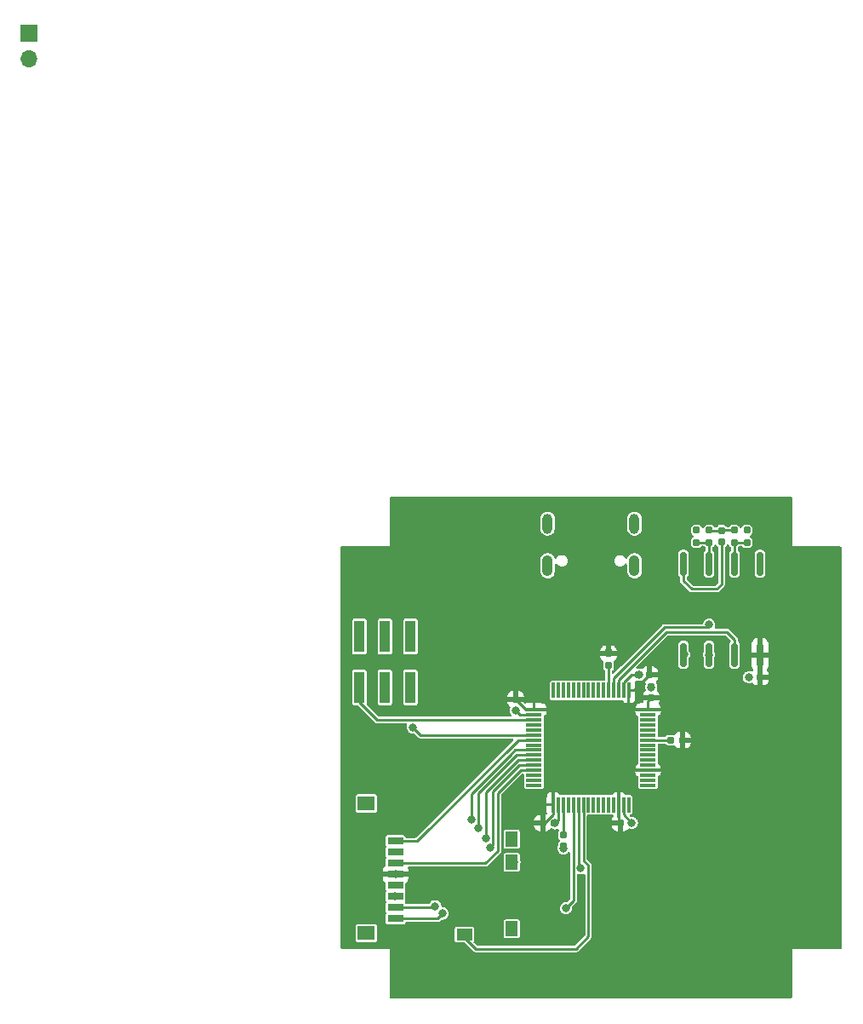
<source format=gbr>
%TF.GenerationSoftware,KiCad,Pcbnew,(6.0.1)*%
%TF.CreationDate,2022-02-28T23:17:01+05:30*%
%TF.ProjectId,ProIMU_V1,50726f49-4d55-45f5-9631-2e6b69636164,rev?*%
%TF.SameCoordinates,Original*%
%TF.FileFunction,Copper,L2,Bot*%
%TF.FilePolarity,Positive*%
%FSLAX46Y46*%
G04 Gerber Fmt 4.6, Leading zero omitted, Abs format (unit mm)*
G04 Created by KiCad (PCBNEW (6.0.1)) date 2022-02-28 23:17:01*
%MOMM*%
%LPD*%
G01*
G04 APERTURE LIST*
G04 Aperture macros list*
%AMRoundRect*
0 Rectangle with rounded corners*
0 $1 Rounding radius*
0 $2 $3 $4 $5 $6 $7 $8 $9 X,Y pos of 4 corners*
0 Add a 4 corners polygon primitive as box body*
4,1,4,$2,$3,$4,$5,$6,$7,$8,$9,$2,$3,0*
0 Add four circle primitives for the rounded corners*
1,1,$1+$1,$2,$3*
1,1,$1+$1,$4,$5*
1,1,$1+$1,$6,$7*
1,1,$1+$1,$8,$9*
0 Add four rect primitives between the rounded corners*
20,1,$1+$1,$2,$3,$4,$5,0*
20,1,$1+$1,$4,$5,$6,$7,0*
20,1,$1+$1,$6,$7,$8,$9,0*
20,1,$1+$1,$8,$9,$2,$3,0*%
G04 Aperture macros list end*
%TA.AperFunction,ComponentPad*%
%ADD10O,1.050000X2.100000*%
%TD*%
%TA.AperFunction,ComponentPad*%
%ADD11O,1.000000X2.000000*%
%TD*%
%TA.AperFunction,ComponentPad*%
%ADD12R,1.700000X1.700000*%
%TD*%
%TA.AperFunction,ComponentPad*%
%ADD13O,1.700000X1.700000*%
%TD*%
%TA.AperFunction,SMDPad,CuDef*%
%ADD14RoundRect,0.155000X0.212500X0.155000X-0.212500X0.155000X-0.212500X-0.155000X0.212500X-0.155000X0*%
%TD*%
%TA.AperFunction,SMDPad,CuDef*%
%ADD15RoundRect,0.155000X0.155000X-0.212500X0.155000X0.212500X-0.155000X0.212500X-0.155000X-0.212500X0*%
%TD*%
%TA.AperFunction,SMDPad,CuDef*%
%ADD16RoundRect,0.155000X-0.212500X-0.155000X0.212500X-0.155000X0.212500X0.155000X-0.212500X0.155000X0*%
%TD*%
%TA.AperFunction,SMDPad,CuDef*%
%ADD17RoundRect,0.155000X-0.155000X0.212500X-0.155000X-0.212500X0.155000X-0.212500X0.155000X0.212500X0*%
%TD*%
%TA.AperFunction,SMDPad,CuDef*%
%ADD18RoundRect,0.160000X-0.160000X0.197500X-0.160000X-0.197500X0.160000X-0.197500X0.160000X0.197500X0*%
%TD*%
%TA.AperFunction,SMDPad,CuDef*%
%ADD19R,1.500000X0.800000*%
%TD*%
%TA.AperFunction,SMDPad,CuDef*%
%ADD20R,1.500000X1.150000*%
%TD*%
%TA.AperFunction,SMDPad,CuDef*%
%ADD21R,1.150000X1.500000*%
%TD*%
%TA.AperFunction,SMDPad,CuDef*%
%ADD22R,1.700000X1.400000*%
%TD*%
%TA.AperFunction,SMDPad,CuDef*%
%ADD23R,1.000000X3.150000*%
%TD*%
%TA.AperFunction,SMDPad,CuDef*%
%ADD24RoundRect,0.160000X0.160000X-0.197500X0.160000X0.197500X-0.160000X0.197500X-0.160000X-0.197500X0*%
%TD*%
%TA.AperFunction,SMDPad,CuDef*%
%ADD25RoundRect,0.160000X-0.197500X-0.160000X0.197500X-0.160000X0.197500X0.160000X-0.197500X0.160000X0*%
%TD*%
%TA.AperFunction,SMDPad,CuDef*%
%ADD26RoundRect,0.075000X0.700000X0.075000X-0.700000X0.075000X-0.700000X-0.075000X0.700000X-0.075000X0*%
%TD*%
%TA.AperFunction,SMDPad,CuDef*%
%ADD27RoundRect,0.075000X0.075000X0.700000X-0.075000X0.700000X-0.075000X-0.700000X0.075000X-0.700000X0*%
%TD*%
%TA.AperFunction,SMDPad,CuDef*%
%ADD28RoundRect,0.162500X0.162500X-1.012500X0.162500X1.012500X-0.162500X1.012500X-0.162500X-1.012500X0*%
%TD*%
%TA.AperFunction,ViaPad*%
%ADD29C,0.800000*%
%TD*%
%TA.AperFunction,Conductor*%
%ADD30C,0.250000*%
%TD*%
G04 APERTURE END LIST*
D10*
%TO.P,USB1,S1,SHELL_GND*%
%TO.N,unconnected-(USB1-PadS1)*%
X152820000Y-86930000D03*
D11*
%TO.P,USB1,S2,SHELL_GND*%
%TO.N,unconnected-(USB1-PadS2)*%
X152820000Y-82750000D03*
%TO.P,USB1,S3,SHELL_GND*%
%TO.N,unconnected-(USB1-PadS3)*%
X144180000Y-82750000D03*
D10*
%TO.P,USB1,S4,SHELL_GND*%
%TO.N,unconnected-(USB1-PadS4)*%
X144180000Y-86930000D03*
%TD*%
D12*
%TO.P,BAT1,1,Pin_1*%
%TO.N,unconnected-(BAT1-Pad1)*%
X92600000Y-34000000D03*
D13*
%TO.P,BAT1,2,Pin_2*%
%TO.N,unconnected-(BAT1-Pad2)*%
X92600000Y-36540000D03*
%TD*%
D14*
%TO.P,C1,1*%
%TO.N,+3V3*%
X154317500Y-97750000D03*
%TO.P,C1,2*%
%TO.N,GND*%
X153182500Y-97750000D03*
%TD*%
D15*
%TO.P,C20,1*%
%TO.N,+3V3*%
X154500000Y-100067500D03*
%TO.P,C20,2*%
%TO.N,GND*%
X154500000Y-98932500D03*
%TD*%
D16*
%TO.P,C5,1*%
%TO.N,GND*%
X164182500Y-98000000D03*
%TO.P,C5,2*%
%TO.N,+3V3*%
X165317500Y-98000000D03*
%TD*%
D17*
%TO.P,C17,1*%
%TO.N,+3V3*%
X141000000Y-100182500D03*
%TO.P,C17,2*%
%TO.N,GND*%
X141000000Y-101317500D03*
%TD*%
%TO.P,C16,1*%
%TO.N,Net-(C16-Pad1)*%
X145750000Y-113682500D03*
%TO.P,C16,2*%
%TO.N,GND*%
X145750000Y-114817500D03*
%TD*%
D18*
%TO.P,R2,1*%
%TO.N,Net-(R1-Pad2)*%
X160250000Y-83402500D03*
%TO.P,R2,2*%
%TO.N,Net-(R2-Pad2)*%
X160250000Y-84597500D03*
%TD*%
%TO.P,R11,1*%
%TO.N,+3V3*%
X150250000Y-95652500D03*
%TO.P,R11,2*%
%TO.N,Net-(R11-Pad2)*%
X150250000Y-96847500D03*
%TD*%
D16*
%TO.P,C19,1*%
%TO.N,+3V3*%
X151432500Y-112500000D03*
%TO.P,C19,2*%
%TO.N,GND*%
X152567500Y-112500000D03*
%TD*%
D19*
%TO.P,J4,1,DAT2*%
%TO.N,/MCU/SDCARD_SDIO_D2*%
X129050000Y-114300000D03*
%TO.P,J4,2,CD/DAT3*%
%TO.N,/MCU/SDCARD_SDIO_D3*%
X129050000Y-115400000D03*
%TO.P,J4,3,CMD*%
%TO.N,/MCU/SDCARD_SDIO_CLK*%
X129050000Y-116500000D03*
%TO.P,J4,4,VDD*%
%TO.N,+3V3*%
X129050000Y-117600000D03*
%TO.P,J4,5,CLK*%
%TO.N,/MCU/SDCARD_SDIO_CMD*%
X129050000Y-118700000D03*
%TO.P,J4,6,VSS*%
%TO.N,GND*%
X129050000Y-119800000D03*
%TO.P,J4,7,DAT0*%
%TO.N,/MCU/SDCARD_SDIO_D0*%
X129050000Y-120900000D03*
%TO.P,J4,8,DAT1*%
%TO.N,/MCU/SDCARD_SDIO_D1*%
X129050000Y-122000000D03*
D20*
%TO.P,J4,DL,DET_LEVEL*%
%TO.N,/MCU/SDCARD_DET_LEVEL*%
X135900000Y-123575000D03*
D21*
%TO.P,J4,DS,DET_SWT*%
%TO.N,/MCU/SDCARD_DET_SWT*%
X140625000Y-116400000D03*
D22*
%TO.P,J4,SM1*%
%TO.N,N/C*%
X126150000Y-110550000D03*
%TO.P,J4,SM2*%
X126150000Y-123450000D03*
D21*
%TO.P,J4,SM3*%
X140625000Y-114100000D03*
%TO.P,J4,SM4*%
X140625000Y-123000000D03*
%TD*%
D23*
%TO.P,J1,1,Pin_1*%
%TO.N,/MCU/DEBUG_UART1_RX*%
X130540000Y-99025000D03*
%TO.P,J1,2,Pin_2*%
%TO.N,/MCU/DEBUG_UART1_TX*%
X130540000Y-93975000D03*
%TO.P,J1,3,Pin_3*%
%TO.N,/MCU/NRST*%
X128000000Y-99025000D03*
%TO.P,J1,4,Pin_4*%
%TO.N,GND*%
X128000000Y-93975000D03*
%TO.P,J1,5,Pin_5*%
%TO.N,/MCU/DEBUG_SWDIO*%
X125460000Y-99025000D03*
%TO.P,J1,6,Pin_6*%
%TO.N,/MCU/DEBUG_SWCLK*%
X125460000Y-93975000D03*
%TD*%
D24*
%TO.P,R1,1*%
%TO.N,Net-(R1-Pad1)*%
X162750000Y-84597500D03*
%TO.P,R1,2*%
%TO.N,Net-(R1-Pad2)*%
X162750000Y-83402500D03*
%TD*%
D18*
%TO.P,R4,1*%
%TO.N,Net-(CAN1-Pad2)*%
X164000000Y-83402500D03*
%TO.P,R4,2*%
%TO.N,Net-(R1-Pad1)*%
X164000000Y-84597500D03*
%TD*%
%TO.P,R7,1*%
%TO.N,Net-(CAN1-Pad3)*%
X159000000Y-83402500D03*
%TO.P,R7,2*%
%TO.N,Net-(R2-Pad2)*%
X159000000Y-84597500D03*
%TD*%
D25*
%TO.P,R3,1*%
%TO.N,/MCU/NRST*%
X156402500Y-104250000D03*
%TO.P,R3,2*%
%TO.N,+3V3*%
X157597500Y-104250000D03*
%TD*%
D15*
%TO.P,C3,1*%
%TO.N,GND1*%
X161500000Y-84567500D03*
%TO.P,C3,2*%
%TO.N,Net-(R1-Pad2)*%
X161500000Y-83432500D03*
%TD*%
D26*
%TO.P,U10,1,VBAT*%
%TO.N,+3V3*%
X154175000Y-101250000D03*
%TO.P,U10,2,PC13*%
%TO.N,unconnected-(U10-Pad2)*%
X154175000Y-101750000D03*
%TO.P,U10,3,PC14*%
%TO.N,unconnected-(U10-Pad3)*%
X154175000Y-102250000D03*
%TO.P,U10,4,PC15*%
%TO.N,unconnected-(U10-Pad4)*%
X154175000Y-102750000D03*
%TO.P,U10,5,PH0*%
%TO.N,unconnected-(U10-Pad5)*%
X154175000Y-103250000D03*
%TO.P,U10,6,PH1*%
%TO.N,unconnected-(U10-Pad6)*%
X154175000Y-103750000D03*
%TO.P,U10,7,NRST*%
%TO.N,/MCU/NRST*%
X154175000Y-104250000D03*
%TO.P,U10,8,PC0*%
%TO.N,/MCU/CHARGER_OTG*%
X154175000Y-104750000D03*
%TO.P,U10,9,PC1*%
%TO.N,/MCU/CHARGER_nCE*%
X154175000Y-105250000D03*
%TO.P,U10,10,PC2*%
%TO.N,unconnected-(U10-Pad10)*%
X154175000Y-105750000D03*
%TO.P,U10,11,PC3*%
%TO.N,unconnected-(U10-Pad11)*%
X154175000Y-106250000D03*
%TO.P,U10,12,VSSA*%
%TO.N,GND*%
X154175000Y-106750000D03*
%TO.P,U10,13,VDDA*%
%TO.N,+3V3*%
X154175000Y-107250000D03*
%TO.P,U10,14,PA0*%
%TO.N,unconnected-(U10-Pad14)*%
X154175000Y-107750000D03*
%TO.P,U10,15,PA1*%
%TO.N,/MCU/WIFI_RESET*%
X154175000Y-108250000D03*
%TO.P,U10,16,PA2*%
%TO.N,/MCU/WIFI_UART2_TX*%
X154175000Y-108750000D03*
D27*
%TO.P,U10,17,PA3*%
%TO.N,/MCU/WIFI_UART2_RX*%
X152250000Y-110675000D03*
%TO.P,U10,18,VSS*%
%TO.N,GND*%
X151750000Y-110675000D03*
%TO.P,U10,19,VDD*%
%TO.N,+3V3*%
X151250000Y-110675000D03*
%TO.P,U10,20,PA4*%
%TO.N,/MCU/MPU9250_SPI1_nCSS*%
X150750000Y-110675000D03*
%TO.P,U10,21,PA5*%
%TO.N,/MCU/MPU9250_SPI1_SCK*%
X150250000Y-110675000D03*
%TO.P,U10,22,PA6*%
%TO.N,/MCU/MPU9250_SPI1_MISO*%
X149750000Y-110675000D03*
%TO.P,U10,23,PA7*%
%TO.N,/MCU/MPU9250_SPI1_MOSI*%
X149250000Y-110675000D03*
%TO.P,U10,24,PC4*%
%TO.N,/MCU/MPU9250_INT_EXTI4*%
X148750000Y-110675000D03*
%TO.P,U10,25,PC5*%
%TO.N,/MCU/RS232_UART3_RX*%
X148250000Y-110675000D03*
%TO.P,U10,26,PB0*%
%TO.N,/MCU/SDCARD_DET_LEVEL*%
X147750000Y-110675000D03*
%TO.P,U10,27,PB1*%
%TO.N,/MCU/SDCARD_DET_SWT*%
X147250000Y-110675000D03*
%TO.P,U10,28,PB2*%
%TO.N,/MCU/GPS_RESET*%
X146750000Y-110675000D03*
%TO.P,U10,29,PB10*%
%TO.N,unconnected-(U10-Pad29)*%
X146250000Y-110675000D03*
%TO.P,U10,30,VCAP_1*%
%TO.N,Net-(C16-Pad1)*%
X145750000Y-110675000D03*
%TO.P,U10,31,VSS*%
%TO.N,GND*%
X145250000Y-110675000D03*
%TO.P,U10,32,VDD*%
%TO.N,+3V3*%
X144750000Y-110675000D03*
D26*
%TO.P,U10,33,PB12*%
%TO.N,unconnected-(U10-Pad33)*%
X142825000Y-108750000D03*
%TO.P,U10,34,PB13*%
%TO.N,unconnected-(U10-Pad34)*%
X142825000Y-108250000D03*
%TO.P,U10,35,PB14*%
%TO.N,unconnected-(U10-Pad35)*%
X142825000Y-107750000D03*
%TO.P,U10,36,PB15*%
%TO.N,/MCU/SDCARD_SDIO_CLK*%
X142825000Y-107250000D03*
%TO.P,U10,37,PC6*%
%TO.N,/MCU/GPS_UART6_TX*%
X142825000Y-106750000D03*
%TO.P,U10,38,PC7*%
%TO.N,/MCU/GPS_UART6_RX*%
X142825000Y-106250000D03*
%TO.P,U10,39,PC8*%
%TO.N,/MCU/SDCARD_SDIO_D0*%
X142825000Y-105750000D03*
%TO.P,U10,40,PC9*%
%TO.N,/MCU/SDCARD_SDIO_D1*%
X142825000Y-105250000D03*
%TO.P,U10,41,PA8*%
%TO.N,/MCU/FUEL_GAUGE_SCL*%
X142825000Y-104750000D03*
%TO.P,U10,42,PA9*%
%TO.N,/MCU/SDCARD_SDIO_D2*%
X142825000Y-104250000D03*
%TO.P,U10,43,PA10*%
%TO.N,/MCU/DEBUG_UART1_RX*%
X142825000Y-103750000D03*
%TO.P,U10,44,PA11*%
%TO.N,/MCU/USB-*%
X142825000Y-103250000D03*
%TO.P,U10,45,PA12*%
%TO.N,/MCU/USB+*%
X142825000Y-102750000D03*
%TO.P,U10,46,PA13*%
%TO.N,/MCU/DEBUG_SWDIO*%
X142825000Y-102250000D03*
%TO.P,U10,47,VSS*%
%TO.N,GND*%
X142825000Y-101750000D03*
%TO.P,U10,48,VDD*%
%TO.N,+3V3*%
X142825000Y-101250000D03*
D27*
%TO.P,U10,49,PA14*%
%TO.N,/MCU/DEBUG_SWCLK*%
X144750000Y-99325000D03*
%TO.P,U10,50,PA15*%
%TO.N,/MCU/DEBUG_UART1_TX*%
X145250000Y-99325000D03*
%TO.P,U10,51,PC10*%
%TO.N,/MCU/RS232_UART3_TX*%
X145750000Y-99325000D03*
%TO.P,U10,52,PC11*%
%TO.N,/MCU/SDCARD_SDIO_D3*%
X146250000Y-99325000D03*
%TO.P,U10,53,PC12*%
%TO.N,unconnected-(U10-Pad53)*%
X146750000Y-99325000D03*
%TO.P,U10,54,PD2*%
%TO.N,/MCU/SDCARD_SDIO_CMD*%
X147250000Y-99325000D03*
%TO.P,U10,55,PB3*%
%TO.N,/MCU/FUEL_GAUGE_I2C2_SDA*%
X147750000Y-99325000D03*
%TO.P,U10,56,PB4*%
%TO.N,/MCU/CHARGER_I2C2_SDA*%
X148250000Y-99325000D03*
%TO.P,U10,57,PB5*%
%TO.N,unconnected-(U10-Pad57)*%
X148750000Y-99325000D03*
%TO.P,U10,58,PB6*%
%TO.N,/MCU/BMP280_I2C1_SCL*%
X149250000Y-99325000D03*
%TO.P,U10,59,PB7*%
%TO.N,/MCU/BMP280_I2C1_SDA*%
X149750000Y-99325000D03*
%TO.P,U10,60,BOOT0*%
%TO.N,Net-(R11-Pad2)*%
X150250000Y-99325000D03*
%TO.P,U10,61,PB8*%
%TO.N,/MCU/CAN1_TX*%
X150750000Y-99325000D03*
%TO.P,U10,62,PB9*%
%TO.N,/MCU/CAN1_RX*%
X151250000Y-99325000D03*
%TO.P,U10,63,VSS*%
%TO.N,GND*%
X151750000Y-99325000D03*
%TO.P,U10,64,VDD*%
%TO.N,+3V3*%
X152250000Y-99325000D03*
%TD*%
D16*
%TO.P,C18,1*%
%TO.N,+3V3*%
X143682500Y-112500000D03*
%TO.P,C18,2*%
%TO.N,GND*%
X144817500Y-112500000D03*
%TD*%
D28*
%TO.P,U2,1,VCC1*%
%TO.N,+3V3*%
X165310000Y-95775000D03*
%TO.P,U2,2,RXD*%
%TO.N,/MCU/CAN1_RX*%
X162770000Y-95775000D03*
%TO.P,U2,3,TXD*%
%TO.N,/MCU/CAN1_TX*%
X160230000Y-95775000D03*
%TO.P,U2,4,GND1*%
%TO.N,GND*%
X157690000Y-95775000D03*
%TO.P,U2,5,GND2*%
%TO.N,GND1*%
X157690000Y-86725000D03*
%TO.P,U2,6,CANL*%
%TO.N,Net-(R2-Pad2)*%
X160230000Y-86725000D03*
%TO.P,U2,7,CANH*%
%TO.N,Net-(R1-Pad1)*%
X162770000Y-86725000D03*
%TO.P,U2,8,VCC2*%
%TO.N,VDD*%
X165310000Y-86725000D03*
%TD*%
D29*
%TO.N,+3V3*%
X129104841Y-117549679D03*
X150250000Y-95500000D03*
%TO.N,/MCU/SDCARD_DET_SWT*%
X147474500Y-117000000D03*
X140873540Y-116400000D03*
%TO.N,GND*%
X144934753Y-112522345D03*
X141000000Y-101317500D03*
X145750000Y-115000000D03*
X152567500Y-112500000D03*
X164250000Y-98000000D03*
X129000000Y-119750000D03*
X153250000Y-97750000D03*
X154500000Y-99000000D03*
X157750000Y-95750000D03*
%TO.N,/MCU/SDCARD_SDIO_D0*%
X137301000Y-113000000D03*
X133000000Y-120750000D03*
%TO.N,/MCU/SDCARD_SDIO_D1*%
X136576500Y-112194509D03*
X133750000Y-121500000D03*
%TO.N,/MCU/DEBUG_UART1_RX*%
X130750000Y-102974500D03*
X130540000Y-99025000D03*
%TO.N,/MCU/CAN1_TX*%
X160230000Y-95775000D03*
X160250000Y-92775500D03*
%TO.N,/MCU/GPS_UART6_TX*%
X138500451Y-114974951D03*
%TO.N,/MCU/GPS_UART6_RX*%
X138025500Y-114000000D03*
%TO.N,/MCU/GPS_RESET*%
X146000000Y-120980000D03*
%TD*%
D30*
%TO.N,+3V3*%
X150250000Y-95652500D02*
X150250000Y-95500000D01*
X152250000Y-99325000D02*
X152742500Y-99325000D01*
X154175000Y-100392500D02*
X154500000Y-100067500D01*
X165317500Y-95782500D02*
X165310000Y-95775000D01*
X142825000Y-101250000D02*
X142067500Y-101250000D01*
X144750000Y-110675000D02*
X144750000Y-111682500D01*
X142067500Y-101250000D02*
X141000000Y-100182500D01*
X129054520Y-117600000D02*
X129104841Y-117549679D01*
X129050000Y-117600000D02*
X129054520Y-117600000D01*
X152742500Y-99325000D02*
X154317500Y-97750000D01*
X165317500Y-98000000D02*
X165317500Y-95782500D01*
X154175000Y-101250000D02*
X154175000Y-100392500D01*
X151250000Y-112317500D02*
X151432500Y-112500000D01*
X151250000Y-110675000D02*
X151250000Y-112317500D01*
X144750000Y-111682500D02*
X143932500Y-112500000D01*
%TO.N,Net-(C16-Pad1)*%
X145750000Y-110675000D02*
X145750000Y-113682500D01*
%TO.N,/MCU/SDCARD_DET_LEVEL*%
X148250000Y-123750000D02*
X147000000Y-125000000D01*
X147000000Y-125000000D02*
X137000000Y-125000000D01*
X137000000Y-125000000D02*
X135900000Y-123900000D01*
X135900000Y-123900000D02*
X135900000Y-123575000D01*
X147750000Y-116250886D02*
X148250000Y-116750886D01*
X147750000Y-110675000D02*
X147750000Y-116250886D01*
X148250000Y-116750886D02*
X148250000Y-123750000D01*
%TO.N,/MCU/SDCARD_DET_SWT*%
X147250000Y-116775500D02*
X147474500Y-117000000D01*
X147250000Y-110675000D02*
X147250000Y-116775500D01*
%TO.N,GND*%
X152484994Y-97750000D02*
X151750000Y-98484994D01*
X151750000Y-110675000D02*
X151750000Y-111682500D01*
X145750000Y-115000000D02*
X145750000Y-114817500D01*
X151750000Y-111682500D02*
X152567500Y-112500000D01*
X151750000Y-98484994D02*
X151750000Y-99325000D01*
X157690000Y-95775000D02*
X157725000Y-95775000D01*
X141432500Y-101750000D02*
X141000000Y-101317500D01*
X144934753Y-112522345D02*
X145250000Y-112207098D01*
X154500000Y-98932500D02*
X154500000Y-99000000D01*
X157725000Y-95775000D02*
X157750000Y-95750000D01*
X153250000Y-97750000D02*
X152484994Y-97750000D01*
X145250000Y-112207098D02*
X145250000Y-110675000D01*
X129050000Y-119800000D02*
X129000000Y-119750000D01*
X142825000Y-101750000D02*
X141432500Y-101750000D01*
X164182500Y-98000000D02*
X164250000Y-98000000D01*
%TO.N,Net-(R1-Pad2)*%
X160280000Y-83432500D02*
X160250000Y-83402500D01*
X162750000Y-83402500D02*
X161530000Y-83402500D01*
X161500000Y-83432500D02*
X160280000Y-83432500D01*
X161530000Y-83402500D02*
X161500000Y-83432500D01*
%TO.N,Net-(R1-Pad1)*%
X162770000Y-84617500D02*
X162750000Y-84597500D01*
X162770000Y-86725000D02*
X162770000Y-84617500D01*
X164000000Y-84597500D02*
X162750000Y-84597500D01*
%TO.N,Net-(R2-Pad2)*%
X160230000Y-86725000D02*
X160230000Y-84617500D01*
X160250000Y-84597500D02*
X159000000Y-84597500D01*
X160230000Y-84617500D02*
X160250000Y-84597500D01*
%TO.N,/MCU/NRST*%
X154175000Y-104250000D02*
X156402500Y-104250000D01*
%TO.N,/MCU/SDCARD_SDIO_D0*%
X137301000Y-109541846D02*
X137301000Y-113000000D01*
X133000000Y-120750000D02*
X132850000Y-120900000D01*
X142825000Y-105750000D02*
X141092846Y-105750000D01*
X141092846Y-105750000D02*
X140421423Y-106421423D01*
X140421423Y-106421423D02*
X137301000Y-109541846D01*
X132850000Y-120900000D02*
X129050000Y-120900000D01*
%TO.N,/MCU/SDCARD_SDIO_D1*%
X133250000Y-122000000D02*
X129050000Y-122000000D01*
X133750000Y-121500000D02*
X133250000Y-122000000D01*
X140957128Y-105250000D02*
X140478564Y-105728564D01*
X142825000Y-105250000D02*
X140957128Y-105250000D01*
X136576500Y-109630628D02*
X136576500Y-112194509D01*
X140478564Y-105728564D02*
X136576500Y-109630628D01*
%TO.N,/MCU/SDCARD_SDIO_D2*%
X142825000Y-104250000D02*
X141250000Y-104250000D01*
X141250000Y-104250000D02*
X131200000Y-114300000D01*
X131200000Y-114300000D02*
X129050000Y-114300000D01*
%TO.N,/MCU/DEBUG_UART1_RX*%
X131525500Y-103750000D02*
X130750000Y-102974500D01*
X142825000Y-103750000D02*
X131525500Y-103750000D01*
%TO.N,/MCU/DEBUG_SWDIO*%
X125460000Y-100460000D02*
X127250000Y-102250000D01*
X127250000Y-102250000D02*
X142825000Y-102250000D01*
X125460000Y-99025000D02*
X125460000Y-100460000D01*
%TO.N,/MCU/CAN1_TX*%
X159975020Y-93050480D02*
X160250000Y-92775500D01*
X155813803Y-93050480D02*
X158250000Y-93050480D01*
X158250000Y-93050480D02*
X159975020Y-93050480D01*
X150750000Y-99325000D02*
X150750000Y-98114282D01*
X150750000Y-98114282D02*
X151682141Y-97182141D01*
X151682141Y-97182141D02*
X155813803Y-93050480D01*
%TO.N,/MCU/CAN1_RX*%
X151250000Y-99325000D02*
X151250000Y-98250000D01*
X151250000Y-98250000D02*
X156000000Y-93500000D01*
X162770000Y-94270000D02*
X162770000Y-95775000D01*
X156000000Y-93500000D02*
X162000000Y-93500000D01*
X162000000Y-93500000D02*
X162770000Y-94270000D01*
%TO.N,/MCU/SDCARD_SDIO_CLK*%
X141500000Y-107250000D02*
X139250000Y-109500000D01*
X142825000Y-107250000D02*
X141500000Y-107250000D01*
X139250000Y-115250000D02*
X138000000Y-116500000D01*
X139250000Y-109500000D02*
X139250000Y-115250000D01*
X138000000Y-116500000D02*
X129050000Y-116500000D01*
%TO.N,/MCU/GPS_UART6_TX*%
X138750000Y-114725402D02*
X138500451Y-114974951D01*
X142825000Y-106750000D02*
X141364282Y-106750000D01*
X138750000Y-109364282D02*
X138750000Y-114725402D01*
X141364282Y-106750000D02*
X138750000Y-109364282D01*
%TO.N,/MCU/GPS_UART6_RX*%
X140614282Y-106864282D02*
X138025500Y-109453064D01*
X141228564Y-106250000D02*
X140614282Y-106864282D01*
X138025500Y-109453064D02*
X138025500Y-114000000D01*
X142825000Y-106250000D02*
X141228564Y-106250000D01*
%TO.N,/MCU/GPS_RESET*%
X146750000Y-120230000D02*
X146000000Y-120980000D01*
X146750000Y-110675000D02*
X146750000Y-120230000D01*
%TO.N,GND1*%
X157690000Y-86725000D02*
X157690000Y-88440000D01*
X158500000Y-89250000D02*
X161000000Y-89250000D01*
X161000000Y-89250000D02*
X161500000Y-88750000D01*
X157690000Y-88440000D02*
X158500000Y-89250000D01*
X161500000Y-88750000D02*
X161500000Y-84567500D01*
%TO.N,Net-(R11-Pad2)*%
X150250000Y-99325000D02*
X150250000Y-96847500D01*
%TD*%
%TA.AperFunction,Conductor*%
%TO.N,+3V3*%
G36*
X168442121Y-80095002D02*
G01*
X168488614Y-80148658D01*
X168500000Y-80201000D01*
X168500000Y-85000000D01*
X173299000Y-85000000D01*
X173367121Y-85020002D01*
X173413614Y-85073658D01*
X173425000Y-85126000D01*
X173425000Y-124874000D01*
X173404998Y-124942121D01*
X173351342Y-124988614D01*
X173299000Y-125000000D01*
X168500000Y-125000000D01*
X168500000Y-129799000D01*
X168479998Y-129867121D01*
X168426342Y-129913614D01*
X168374000Y-129925000D01*
X128626000Y-129925000D01*
X128557879Y-129904998D01*
X128511386Y-129851342D01*
X128500000Y-129799000D01*
X128500000Y-125000000D01*
X123701000Y-125000000D01*
X123632879Y-124979998D01*
X123586386Y-124926342D01*
X123575000Y-124874000D01*
X123575000Y-124169748D01*
X125099500Y-124169748D01*
X125111133Y-124228231D01*
X125155448Y-124294552D01*
X125221769Y-124338867D01*
X125233938Y-124341288D01*
X125233939Y-124341288D01*
X125274184Y-124349293D01*
X125280252Y-124350500D01*
X127019748Y-124350500D01*
X127025816Y-124349293D01*
X127066061Y-124341288D01*
X127066062Y-124341288D01*
X127078231Y-124338867D01*
X127144552Y-124294552D01*
X127188867Y-124228231D01*
X127200500Y-124169748D01*
X134949500Y-124169748D01*
X134961133Y-124228231D01*
X135005448Y-124294552D01*
X135071769Y-124338867D01*
X135083938Y-124341288D01*
X135083939Y-124341288D01*
X135124184Y-124349293D01*
X135130252Y-124350500D01*
X135837984Y-124350500D01*
X135906105Y-124370502D01*
X135927079Y-124387405D01*
X136755889Y-125216215D01*
X136763315Y-125224318D01*
X136787545Y-125253194D01*
X136797094Y-125258707D01*
X136820185Y-125272039D01*
X136829456Y-125277945D01*
X136860316Y-125299554D01*
X136870966Y-125302408D01*
X136874134Y-125303885D01*
X136877410Y-125305077D01*
X136886955Y-125310588D01*
X136920699Y-125316538D01*
X136924058Y-125317130D01*
X136934785Y-125319508D01*
X136971193Y-125329264D01*
X136982178Y-125328303D01*
X136982180Y-125328303D01*
X137008728Y-125325980D01*
X137019710Y-125325500D01*
X146980290Y-125325500D01*
X146991272Y-125325980D01*
X147017820Y-125328303D01*
X147017822Y-125328303D01*
X147028807Y-125329264D01*
X147065215Y-125319508D01*
X147075942Y-125317130D01*
X147079301Y-125316538D01*
X147113045Y-125310588D01*
X147122590Y-125305077D01*
X147125866Y-125303885D01*
X147129034Y-125302408D01*
X147139684Y-125299554D01*
X147170544Y-125277945D01*
X147179815Y-125272039D01*
X147202906Y-125258707D01*
X147212455Y-125253194D01*
X147236685Y-125224317D01*
X147244111Y-125216215D01*
X148466215Y-123994111D01*
X148474319Y-123986684D01*
X148494749Y-123969541D01*
X148503194Y-123962455D01*
X148515415Y-123941288D01*
X148522039Y-123929815D01*
X148527945Y-123920544D01*
X148543230Y-123898715D01*
X148549554Y-123889684D01*
X148552408Y-123879034D01*
X148553885Y-123875866D01*
X148555077Y-123872590D01*
X148560588Y-123863045D01*
X148567130Y-123825942D01*
X148569509Y-123815210D01*
X148576410Y-123789456D01*
X148579264Y-123778807D01*
X148575980Y-123741272D01*
X148575500Y-123730290D01*
X148575500Y-116770596D01*
X148575980Y-116759614D01*
X148578303Y-116733066D01*
X148578303Y-116733064D01*
X148579264Y-116722079D01*
X148569508Y-116685671D01*
X148567130Y-116674944D01*
X148566538Y-116671585D01*
X148560588Y-116637841D01*
X148555077Y-116628296D01*
X148553885Y-116625020D01*
X148552408Y-116621852D01*
X148549554Y-116611202D01*
X148527945Y-116580342D01*
X148522039Y-116571071D01*
X148508707Y-116547980D01*
X148503194Y-116538431D01*
X148474317Y-116514201D01*
X148466215Y-116506775D01*
X148112405Y-116152965D01*
X148078379Y-116090653D01*
X148075500Y-116063870D01*
X148075500Y-112770302D01*
X150562752Y-112770302D01*
X150565313Y-112783088D01*
X150609029Y-112922589D01*
X150615235Y-112936334D01*
X150690496Y-113060604D01*
X150699803Y-113072473D01*
X150802527Y-113175197D01*
X150814396Y-113184504D01*
X150938666Y-113259765D01*
X150952411Y-113265971D01*
X151091904Y-113309685D01*
X151104954Y-113312298D01*
X151161962Y-113317537D01*
X151175624Y-113313525D01*
X151176829Y-113312135D01*
X151178500Y-113304452D01*
X151178500Y-112772115D01*
X151174025Y-112756876D01*
X151172635Y-112755671D01*
X151164952Y-112754000D01*
X150579342Y-112754000D01*
X150564797Y-112758271D01*
X150562752Y-112770302D01*
X148075500Y-112770302D01*
X148075500Y-111776500D01*
X148095502Y-111708379D01*
X148149158Y-111661886D01*
X148201499Y-111650500D01*
X148331002Y-111650499D01*
X148352132Y-111650499D01*
X148358199Y-111649292D01*
X148358202Y-111649292D01*
X148406803Y-111639625D01*
X148432495Y-111634515D01*
X148442815Y-111627619D01*
X148451782Y-111623905D01*
X148522372Y-111616316D01*
X148548219Y-111623905D01*
X148557184Y-111627618D01*
X148567505Y-111634515D01*
X148579679Y-111636937D01*
X148579680Y-111636937D01*
X148641794Y-111649292D01*
X148647867Y-111650500D01*
X148749991Y-111650500D01*
X148852132Y-111650499D01*
X148858199Y-111649292D01*
X148858202Y-111649292D01*
X148906803Y-111639625D01*
X148932495Y-111634515D01*
X148942815Y-111627619D01*
X148951782Y-111623905D01*
X149022372Y-111616316D01*
X149048219Y-111623905D01*
X149057184Y-111627618D01*
X149067505Y-111634515D01*
X149079679Y-111636937D01*
X149079680Y-111636937D01*
X149141794Y-111649292D01*
X149147867Y-111650500D01*
X149249991Y-111650500D01*
X149352132Y-111650499D01*
X149358199Y-111649292D01*
X149358202Y-111649292D01*
X149406803Y-111639625D01*
X149432495Y-111634515D01*
X149442815Y-111627619D01*
X149451782Y-111623905D01*
X149522372Y-111616316D01*
X149548219Y-111623905D01*
X149557184Y-111627618D01*
X149567505Y-111634515D01*
X149579679Y-111636937D01*
X149579680Y-111636937D01*
X149641794Y-111649292D01*
X149647867Y-111650500D01*
X149749991Y-111650500D01*
X149852132Y-111650499D01*
X149858199Y-111649292D01*
X149858202Y-111649292D01*
X149906803Y-111639625D01*
X149932495Y-111634515D01*
X149942815Y-111627619D01*
X149951782Y-111623905D01*
X150022372Y-111616316D01*
X150048219Y-111623905D01*
X150057184Y-111627618D01*
X150067505Y-111634515D01*
X150079679Y-111636937D01*
X150079680Y-111636937D01*
X150141794Y-111649292D01*
X150147867Y-111650500D01*
X150249991Y-111650500D01*
X150352132Y-111650499D01*
X150358199Y-111649292D01*
X150358202Y-111649292D01*
X150406803Y-111639625D01*
X150432495Y-111634515D01*
X150442815Y-111627619D01*
X150451782Y-111623905D01*
X150522372Y-111616316D01*
X150548219Y-111623905D01*
X150557184Y-111627618D01*
X150567505Y-111634515D01*
X150579679Y-111636937D01*
X150579680Y-111636937D01*
X150605693Y-111642111D01*
X150668603Y-111675018D01*
X150681075Y-111688987D01*
X150725507Y-111746893D01*
X150751107Y-111813114D01*
X150736842Y-111882662D01*
X150714639Y-111912691D01*
X150699803Y-111927527D01*
X150690496Y-111939396D01*
X150615235Y-112063666D01*
X150609029Y-112077411D01*
X150565313Y-112216912D01*
X150562991Y-112228503D01*
X150565806Y-112242835D01*
X150577702Y-112246000D01*
X151560500Y-112246000D01*
X151628621Y-112266002D01*
X151675114Y-112319658D01*
X151686500Y-112372000D01*
X151686500Y-113299885D01*
X151690975Y-113315124D01*
X151692365Y-113316329D01*
X151699186Y-113317813D01*
X151700888Y-113317734D01*
X151760046Y-113312298D01*
X151773096Y-113309685D01*
X151912589Y-113265971D01*
X151926334Y-113259765D01*
X152050604Y-113184504D01*
X152062473Y-113175197D01*
X152168693Y-113068977D01*
X152231005Y-113034951D01*
X152306006Y-113041663D01*
X152403108Y-113081884D01*
X152403111Y-113081885D01*
X152410738Y-113085044D01*
X152567500Y-113105682D01*
X152575688Y-113104604D01*
X152578537Y-113104229D01*
X152724262Y-113085044D01*
X152870341Y-113024536D01*
X152878256Y-113018463D01*
X152912986Y-112991813D01*
X152924916Y-112982659D01*
X152946080Y-112969523D01*
X152989806Y-112948055D01*
X153073420Y-112864295D01*
X153125395Y-112757967D01*
X153131160Y-112718448D01*
X153139430Y-112688423D01*
X153152544Y-112656762D01*
X153173182Y-112500000D01*
X153152544Y-112343238D01*
X153139370Y-112311433D01*
X153131121Y-112281559D01*
X153126641Y-112251120D01*
X153125215Y-112241431D01*
X153113177Y-112216912D01*
X153077645Y-112144542D01*
X153077644Y-112144540D01*
X153073055Y-112135194D01*
X152989295Y-112051580D01*
X152946205Y-112030517D01*
X152924844Y-112017286D01*
X152870341Y-111975464D01*
X152724262Y-111914956D01*
X152567500Y-111894318D01*
X152500657Y-111903118D01*
X152430510Y-111892179D01*
X152395117Y-111867291D01*
X152372955Y-111845129D01*
X152338929Y-111782817D01*
X152343994Y-111712002D01*
X152386541Y-111655166D01*
X152413831Y-111639625D01*
X152420322Y-111636936D01*
X152432495Y-111634515D01*
X152523624Y-111573624D01*
X152584515Y-111482495D01*
X152600500Y-111402133D01*
X152600499Y-109947868D01*
X152599292Y-109941802D01*
X152599292Y-109941797D01*
X152586936Y-109879676D01*
X152586936Y-109879675D01*
X152584515Y-109867505D01*
X152523624Y-109776376D01*
X152432495Y-109715485D01*
X152352133Y-109699500D01*
X152250009Y-109699500D01*
X152147868Y-109699501D01*
X152141801Y-109700708D01*
X152141798Y-109700708D01*
X152105690Y-109707890D01*
X152067505Y-109715485D01*
X152057185Y-109722381D01*
X152048218Y-109726095D01*
X151977628Y-109733684D01*
X151951781Y-109726095D01*
X151942816Y-109722382D01*
X151932495Y-109715485D01*
X151920321Y-109713063D01*
X151920320Y-109713063D01*
X151894307Y-109707889D01*
X151831397Y-109674982D01*
X151818925Y-109661014D01*
X151745825Y-109565748D01*
X151734250Y-109554172D01*
X151625566Y-109470777D01*
X151611385Y-109462590D01*
X151484825Y-109410167D01*
X151469005Y-109405928D01*
X151417960Y-109399208D01*
X151403778Y-109401419D01*
X151400000Y-109414576D01*
X151400000Y-109942789D01*
X151399833Y-109946193D01*
X151399500Y-109947867D01*
X151399501Y-111402132D01*
X151399833Y-111403802D01*
X151400000Y-111407200D01*
X151400000Y-111872000D01*
X151379998Y-111940121D01*
X151326342Y-111986614D01*
X151274000Y-111998000D01*
X151226000Y-111998000D01*
X151157879Y-111977998D01*
X151111386Y-111924342D01*
X151100000Y-111872000D01*
X151100000Y-111407211D01*
X151100167Y-111403807D01*
X151100500Y-111402133D01*
X151100499Y-109947868D01*
X151100167Y-109946198D01*
X151100000Y-109942800D01*
X151100000Y-109414958D01*
X151095956Y-109401187D01*
X151082417Y-109399158D01*
X151030995Y-109405928D01*
X151015175Y-109410167D01*
X150888614Y-109462590D01*
X150874431Y-109470779D01*
X150765752Y-109554171D01*
X150754172Y-109565750D01*
X150681073Y-109661015D01*
X150623735Y-109702882D01*
X150605689Y-109707890D01*
X150567505Y-109715485D01*
X150557184Y-109722381D01*
X150548218Y-109726095D01*
X150477628Y-109733684D01*
X150451781Y-109726095D01*
X150442816Y-109722382D01*
X150432495Y-109715485D01*
X150420321Y-109713063D01*
X150420320Y-109713063D01*
X150358201Y-109700707D01*
X150352133Y-109699500D01*
X150250009Y-109699500D01*
X150147868Y-109699501D01*
X150141801Y-109700708D01*
X150141798Y-109700708D01*
X150105690Y-109707890D01*
X150067505Y-109715485D01*
X150057185Y-109722381D01*
X150048218Y-109726095D01*
X149977628Y-109733684D01*
X149951781Y-109726095D01*
X149942816Y-109722382D01*
X149932495Y-109715485D01*
X149920321Y-109713063D01*
X149920320Y-109713063D01*
X149858201Y-109700707D01*
X149852133Y-109699500D01*
X149750009Y-109699500D01*
X149647868Y-109699501D01*
X149641801Y-109700708D01*
X149641798Y-109700708D01*
X149605690Y-109707890D01*
X149567505Y-109715485D01*
X149557185Y-109722381D01*
X149548218Y-109726095D01*
X149477628Y-109733684D01*
X149451781Y-109726095D01*
X149442816Y-109722382D01*
X149432495Y-109715485D01*
X149420321Y-109713063D01*
X149420320Y-109713063D01*
X149358201Y-109700707D01*
X149352133Y-109699500D01*
X149250009Y-109699500D01*
X149147868Y-109699501D01*
X149141801Y-109700708D01*
X149141798Y-109700708D01*
X149105690Y-109707890D01*
X149067505Y-109715485D01*
X149057185Y-109722381D01*
X149048218Y-109726095D01*
X148977628Y-109733684D01*
X148951781Y-109726095D01*
X148942816Y-109722382D01*
X148932495Y-109715485D01*
X148920321Y-109713063D01*
X148920320Y-109713063D01*
X148858201Y-109700707D01*
X148852133Y-109699500D01*
X148750009Y-109699500D01*
X148647868Y-109699501D01*
X148641801Y-109700708D01*
X148641798Y-109700708D01*
X148605690Y-109707890D01*
X148567505Y-109715485D01*
X148557185Y-109722381D01*
X148548218Y-109726095D01*
X148477628Y-109733684D01*
X148451781Y-109726095D01*
X148442816Y-109722382D01*
X148432495Y-109715485D01*
X148420321Y-109713063D01*
X148420320Y-109713063D01*
X148358201Y-109700707D01*
X148352133Y-109699500D01*
X148250009Y-109699500D01*
X148147868Y-109699501D01*
X148141801Y-109700708D01*
X148141798Y-109700708D01*
X148105690Y-109707890D01*
X148067505Y-109715485D01*
X148057185Y-109722381D01*
X148048218Y-109726095D01*
X147977628Y-109733684D01*
X147951781Y-109726095D01*
X147942816Y-109722382D01*
X147932495Y-109715485D01*
X147920321Y-109713063D01*
X147920320Y-109713063D01*
X147858201Y-109700707D01*
X147852133Y-109699500D01*
X147750009Y-109699500D01*
X147647868Y-109699501D01*
X147641801Y-109700708D01*
X147641798Y-109700708D01*
X147605690Y-109707890D01*
X147567505Y-109715485D01*
X147557185Y-109722381D01*
X147548218Y-109726095D01*
X147477628Y-109733684D01*
X147451781Y-109726095D01*
X147442816Y-109722382D01*
X147432495Y-109715485D01*
X147420321Y-109713063D01*
X147420320Y-109713063D01*
X147358201Y-109700707D01*
X147352133Y-109699500D01*
X147250009Y-109699500D01*
X147147868Y-109699501D01*
X147141801Y-109700708D01*
X147141798Y-109700708D01*
X147105690Y-109707890D01*
X147067505Y-109715485D01*
X147057185Y-109722381D01*
X147048218Y-109726095D01*
X146977628Y-109733684D01*
X146951781Y-109726095D01*
X146942816Y-109722382D01*
X146932495Y-109715485D01*
X146920321Y-109713063D01*
X146920320Y-109713063D01*
X146858201Y-109700707D01*
X146852133Y-109699500D01*
X146750009Y-109699500D01*
X146647868Y-109699501D01*
X146641801Y-109700708D01*
X146641798Y-109700708D01*
X146605690Y-109707890D01*
X146567505Y-109715485D01*
X146557185Y-109722381D01*
X146548218Y-109726095D01*
X146477628Y-109733684D01*
X146451781Y-109726095D01*
X146442816Y-109722382D01*
X146432495Y-109715485D01*
X146420321Y-109713063D01*
X146420320Y-109713063D01*
X146358201Y-109700707D01*
X146352133Y-109699500D01*
X146250009Y-109699500D01*
X146147868Y-109699501D01*
X146141801Y-109700708D01*
X146141798Y-109700708D01*
X146105690Y-109707890D01*
X146067505Y-109715485D01*
X146057185Y-109722381D01*
X146048218Y-109726095D01*
X145977628Y-109733684D01*
X145951781Y-109726095D01*
X145942816Y-109722382D01*
X145932495Y-109715485D01*
X145920321Y-109713063D01*
X145920320Y-109713063D01*
X145858201Y-109700707D01*
X145852133Y-109699500D01*
X145750009Y-109699500D01*
X145647868Y-109699501D01*
X145641801Y-109700708D01*
X145641798Y-109700708D01*
X145605690Y-109707890D01*
X145567505Y-109715485D01*
X145557185Y-109722381D01*
X145548218Y-109726095D01*
X145477628Y-109733684D01*
X145451781Y-109726095D01*
X145442816Y-109722382D01*
X145432495Y-109715485D01*
X145420321Y-109713063D01*
X145420320Y-109713063D01*
X145394307Y-109707889D01*
X145331397Y-109674982D01*
X145318925Y-109661014D01*
X145245825Y-109565748D01*
X145234250Y-109554172D01*
X145125566Y-109470777D01*
X145111385Y-109462590D01*
X144984825Y-109410167D01*
X144969005Y-109405928D01*
X144917960Y-109399208D01*
X144903778Y-109401419D01*
X144900000Y-109414576D01*
X144900000Y-109942789D01*
X144899833Y-109946193D01*
X144899500Y-109947867D01*
X144899501Y-110525000D01*
X144899501Y-110699000D01*
X144879499Y-110767121D01*
X144825843Y-110813614D01*
X144773501Y-110825000D01*
X144110115Y-110825000D01*
X144094876Y-110829475D01*
X144093671Y-110830865D01*
X144092000Y-110838548D01*
X144092000Y-111409092D01*
X144092538Y-111417300D01*
X144105928Y-111519008D01*
X144107900Y-111526366D01*
X144106212Y-111597343D01*
X144066418Y-111656139D01*
X144001154Y-111684088D01*
X143974666Y-111684451D01*
X143953036Y-111682464D01*
X143939376Y-111686475D01*
X143938171Y-111687865D01*
X143936500Y-111695548D01*
X143936500Y-113299885D01*
X143940975Y-113315124D01*
X143942365Y-113316329D01*
X143949186Y-113317813D01*
X143950888Y-113317734D01*
X144010046Y-113312298D01*
X144023096Y-113309685D01*
X144162589Y-113265971D01*
X144176334Y-113259765D01*
X144300604Y-113184504D01*
X144312473Y-113175197D01*
X144415197Y-113072473D01*
X144429195Y-113054622D01*
X144431708Y-113056592D01*
X144473398Y-113018463D01*
X144546981Y-113006952D01*
X144555120Y-113008139D01*
X144613637Y-113032858D01*
X144625360Y-113041854D01*
X144625363Y-113041855D01*
X144631912Y-113046881D01*
X144777991Y-113107389D01*
X144934753Y-113128027D01*
X144942941Y-113126949D01*
X145083327Y-113108467D01*
X145091515Y-113107389D01*
X145099142Y-113104230D01*
X145099145Y-113104229D01*
X145141907Y-113086516D01*
X145212497Y-113078927D01*
X145275984Y-113110706D01*
X145312211Y-113171764D01*
X145309677Y-113242716D01*
X145300738Y-113260293D01*
X145301580Y-113260705D01*
X145249605Y-113367033D01*
X145248194Y-113376708D01*
X145248193Y-113376710D01*
X145240670Y-113428282D01*
X145239500Y-113436301D01*
X145239501Y-113928698D01*
X145249785Y-113998569D01*
X145254102Y-114007361D01*
X145277157Y-114054318D01*
X145301945Y-114104806D01*
X145309315Y-114112163D01*
X145358038Y-114160802D01*
X145392117Y-114223085D01*
X145387114Y-114293905D01*
X145358193Y-114338993D01*
X145357989Y-114339198D01*
X145301580Y-114395705D01*
X145249605Y-114502033D01*
X145248194Y-114511708D01*
X145248193Y-114511710D01*
X145247056Y-114519509D01*
X145239500Y-114571301D01*
X145239500Y-114641242D01*
X145224612Y-114696806D01*
X145225464Y-114697159D01*
X145222305Y-114704785D01*
X145222304Y-114704787D01*
X145196924Y-114766061D01*
X145164956Y-114843238D01*
X145163878Y-114851426D01*
X145162280Y-114863561D01*
X145144318Y-115000000D01*
X145164956Y-115156762D01*
X145225464Y-115302841D01*
X145266098Y-115355796D01*
X145299031Y-115398715D01*
X145321718Y-115428282D01*
X145447159Y-115524536D01*
X145593238Y-115585044D01*
X145750000Y-115605682D01*
X145758188Y-115604604D01*
X145898574Y-115586122D01*
X145906762Y-115585044D01*
X146052841Y-115524536D01*
X146178282Y-115428282D01*
X146198537Y-115401885D01*
X146255875Y-115360018D01*
X146326746Y-115355796D01*
X146388649Y-115390560D01*
X146421930Y-115453272D01*
X146424500Y-115478589D01*
X146424500Y-120042983D01*
X146404498Y-120111104D01*
X146387595Y-120132078D01*
X146172382Y-120347291D01*
X146110070Y-120381317D01*
X146066842Y-120383118D01*
X146000000Y-120374318D01*
X145843238Y-120394956D01*
X145697159Y-120455464D01*
X145571718Y-120551718D01*
X145475464Y-120677159D01*
X145414956Y-120823238D01*
X145394318Y-120980000D01*
X145414956Y-121136762D01*
X145475464Y-121282841D01*
X145571718Y-121408282D01*
X145697159Y-121504536D01*
X145843238Y-121565044D01*
X146000000Y-121585682D01*
X146008188Y-121584604D01*
X146148574Y-121566122D01*
X146156762Y-121565044D01*
X146302841Y-121504536D01*
X146428282Y-121408282D01*
X146524536Y-121282841D01*
X146585044Y-121136762D01*
X146605682Y-120980000D01*
X146596882Y-120913159D01*
X146607821Y-120843011D01*
X146632709Y-120807618D01*
X146966222Y-120474105D01*
X146974326Y-120466678D01*
X146994750Y-120449540D01*
X147003194Y-120442455D01*
X147008704Y-120432912D01*
X147008707Y-120432908D01*
X147022036Y-120409821D01*
X147027941Y-120400551D01*
X147043232Y-120378713D01*
X147049554Y-120369684D01*
X147052407Y-120359036D01*
X147053886Y-120355865D01*
X147055078Y-120352589D01*
X147060588Y-120343045D01*
X147067134Y-120305924D01*
X147069508Y-120295217D01*
X147079263Y-120258807D01*
X147075979Y-120221269D01*
X147075500Y-120210288D01*
X147075500Y-117673278D01*
X147095502Y-117605157D01*
X147149158Y-117558664D01*
X147219432Y-117548560D01*
X147249717Y-117556869D01*
X147317738Y-117585044D01*
X147474500Y-117605682D01*
X147482688Y-117604604D01*
X147623074Y-117586122D01*
X147631262Y-117585044D01*
X147750283Y-117535744D01*
X147820871Y-117528155D01*
X147884358Y-117559934D01*
X147920586Y-117620992D01*
X147924500Y-117652153D01*
X147924500Y-123562984D01*
X147904498Y-123631105D01*
X147887595Y-123652079D01*
X146902079Y-124637595D01*
X146839767Y-124671621D01*
X146812984Y-124674500D01*
X137187016Y-124674500D01*
X137118895Y-124654498D01*
X137097921Y-124637595D01*
X136851780Y-124391454D01*
X136817754Y-124329142D01*
X136822819Y-124258327D01*
X136827861Y-124248478D01*
X136831975Y-124238545D01*
X136838867Y-124228231D01*
X136850500Y-124169748D01*
X136850500Y-123769748D01*
X139849500Y-123769748D01*
X139861133Y-123828231D01*
X139905448Y-123894552D01*
X139971769Y-123938867D01*
X139983938Y-123941288D01*
X139983939Y-123941288D01*
X140024184Y-123949293D01*
X140030252Y-123950500D01*
X141219748Y-123950500D01*
X141225816Y-123949293D01*
X141266061Y-123941288D01*
X141266062Y-123941288D01*
X141278231Y-123938867D01*
X141344552Y-123894552D01*
X141388867Y-123828231D01*
X141400500Y-123769748D01*
X141400500Y-122230252D01*
X141388867Y-122171769D01*
X141344552Y-122105448D01*
X141278231Y-122061133D01*
X141266062Y-122058712D01*
X141266061Y-122058712D01*
X141225816Y-122050707D01*
X141219748Y-122049500D01*
X140030252Y-122049500D01*
X140024184Y-122050707D01*
X139983939Y-122058712D01*
X139983938Y-122058712D01*
X139971769Y-122061133D01*
X139905448Y-122105448D01*
X139861133Y-122171769D01*
X139849500Y-122230252D01*
X139849500Y-123769748D01*
X136850500Y-123769748D01*
X136850500Y-122980252D01*
X136838867Y-122921769D01*
X136794552Y-122855448D01*
X136728231Y-122811133D01*
X136716062Y-122808712D01*
X136716061Y-122808712D01*
X136675816Y-122800707D01*
X136669748Y-122799500D01*
X135130252Y-122799500D01*
X135124184Y-122800707D01*
X135083939Y-122808712D01*
X135083938Y-122808712D01*
X135071769Y-122811133D01*
X135005448Y-122855448D01*
X134961133Y-122921769D01*
X134949500Y-122980252D01*
X134949500Y-124169748D01*
X127200500Y-124169748D01*
X127200500Y-122730252D01*
X127188867Y-122671769D01*
X127144552Y-122605448D01*
X127078231Y-122561133D01*
X127066062Y-122558712D01*
X127066061Y-122558712D01*
X127025816Y-122550707D01*
X127019748Y-122549500D01*
X125280252Y-122549500D01*
X125274184Y-122550707D01*
X125233939Y-122558712D01*
X125233938Y-122558712D01*
X125221769Y-122561133D01*
X125155448Y-122605448D01*
X125111133Y-122671769D01*
X125099500Y-122730252D01*
X125099500Y-124169748D01*
X123575000Y-124169748D01*
X123575000Y-118044669D01*
X127792001Y-118044669D01*
X127792371Y-118051490D01*
X127797895Y-118102352D01*
X127801521Y-118117604D01*
X127846676Y-118238054D01*
X127855214Y-118253649D01*
X127931715Y-118355724D01*
X127944276Y-118368285D01*
X128049065Y-118446820D01*
X128091580Y-118503679D01*
X128099500Y-118547646D01*
X128099500Y-119119748D01*
X128111133Y-119178231D01*
X128118026Y-119188547D01*
X128122777Y-119200017D01*
X128119063Y-119201555D01*
X128133528Y-119247751D01*
X128118688Y-119298289D01*
X128122777Y-119299983D01*
X128118026Y-119311453D01*
X128111133Y-119321769D01*
X128099500Y-119380252D01*
X128099500Y-120219748D01*
X128111133Y-120278231D01*
X128118026Y-120288547D01*
X128122777Y-120300017D01*
X128119063Y-120301555D01*
X128133528Y-120347751D01*
X128118688Y-120398289D01*
X128122777Y-120399983D01*
X128118026Y-120411453D01*
X128111133Y-120421769D01*
X128108712Y-120433938D01*
X128108712Y-120433939D01*
X128105609Y-120449540D01*
X128099500Y-120480252D01*
X128099500Y-121319748D01*
X128111133Y-121378231D01*
X128118026Y-121388547D01*
X128122777Y-121400017D01*
X128119063Y-121401555D01*
X128133528Y-121447751D01*
X128118688Y-121498289D01*
X128122777Y-121499983D01*
X128118026Y-121511453D01*
X128111133Y-121521769D01*
X128099500Y-121580252D01*
X128099500Y-122419748D01*
X128111133Y-122478231D01*
X128155448Y-122544552D01*
X128221769Y-122588867D01*
X128233938Y-122591288D01*
X128233939Y-122591288D01*
X128270484Y-122598557D01*
X128280252Y-122600500D01*
X129819748Y-122600500D01*
X129829516Y-122598557D01*
X129866061Y-122591288D01*
X129866062Y-122591288D01*
X129878231Y-122588867D01*
X129944552Y-122544552D01*
X129988867Y-122478231D01*
X129999074Y-122426918D01*
X130031982Y-122364008D01*
X130093677Y-122328877D01*
X130122653Y-122325500D01*
X133230290Y-122325500D01*
X133241272Y-122325980D01*
X133267820Y-122328303D01*
X133267822Y-122328303D01*
X133278807Y-122329264D01*
X133315215Y-122319508D01*
X133325942Y-122317130D01*
X133329301Y-122316538D01*
X133363045Y-122310588D01*
X133372590Y-122305077D01*
X133375866Y-122303885D01*
X133379034Y-122302408D01*
X133389684Y-122299554D01*
X133420544Y-122277945D01*
X133429815Y-122272039D01*
X133452906Y-122258707D01*
X133462455Y-122253194D01*
X133486685Y-122224317D01*
X133494111Y-122216215D01*
X133577617Y-122132709D01*
X133639929Y-122098683D01*
X133683157Y-122096882D01*
X133750000Y-122105682D01*
X133758188Y-122104604D01*
X133898574Y-122086122D01*
X133906762Y-122085044D01*
X134052841Y-122024536D01*
X134178282Y-121928282D01*
X134274536Y-121802841D01*
X134335044Y-121656762D01*
X134355682Y-121500000D01*
X134335044Y-121343238D01*
X134274536Y-121197159D01*
X134178282Y-121071718D01*
X134052841Y-120975464D01*
X133906762Y-120914956D01*
X133750000Y-120894318D01*
X133741812Y-120895396D01*
X133733554Y-120895396D01*
X133733554Y-120892731D01*
X133676447Y-120883822D01*
X133623352Y-120836691D01*
X133604166Y-120768335D01*
X133604604Y-120762212D01*
X133604604Y-120758188D01*
X133605682Y-120750000D01*
X133585044Y-120593238D01*
X133524536Y-120447159D01*
X133451709Y-120352249D01*
X133433305Y-120328264D01*
X133428282Y-120321718D01*
X133302841Y-120225464D01*
X133156762Y-120164956D01*
X133000000Y-120144318D01*
X132843238Y-120164956D01*
X132697159Y-120225464D01*
X132571718Y-120321718D01*
X132566695Y-120328264D01*
X132548291Y-120352249D01*
X132475464Y-120447159D01*
X132464303Y-120474105D01*
X132454936Y-120496718D01*
X132410388Y-120551999D01*
X132338527Y-120574500D01*
X130122653Y-120574500D01*
X130054532Y-120554498D01*
X130008039Y-120500842D01*
X129999074Y-120473082D01*
X129991288Y-120433939D01*
X129991288Y-120433938D01*
X129988867Y-120421769D01*
X129981974Y-120411453D01*
X129977223Y-120399983D01*
X129980937Y-120398445D01*
X129966472Y-120352249D01*
X129981312Y-120301711D01*
X129977223Y-120300017D01*
X129981974Y-120288547D01*
X129988867Y-120278231D01*
X130000500Y-120219748D01*
X130000500Y-119380252D01*
X129988867Y-119321769D01*
X129981974Y-119311453D01*
X129977223Y-119299983D01*
X129980937Y-119298445D01*
X129966472Y-119252249D01*
X129981312Y-119201711D01*
X129977223Y-119200017D01*
X129981974Y-119188547D01*
X129988867Y-119178231D01*
X130000500Y-119119748D01*
X130000500Y-118547646D01*
X130020502Y-118479525D01*
X130050935Y-118446820D01*
X130155724Y-118368285D01*
X130168285Y-118355724D01*
X130244786Y-118253649D01*
X130253324Y-118238054D01*
X130298478Y-118117606D01*
X130302105Y-118102351D01*
X130307631Y-118051486D01*
X130308000Y-118044672D01*
X130308000Y-117872115D01*
X130303525Y-117856876D01*
X130302135Y-117855671D01*
X130294452Y-117854000D01*
X127810116Y-117854000D01*
X127794877Y-117858475D01*
X127793672Y-117859865D01*
X127792001Y-117867548D01*
X127792001Y-118044669D01*
X123575000Y-118044669D01*
X123575000Y-111269748D01*
X125099500Y-111269748D01*
X125111133Y-111328231D01*
X125155448Y-111394552D01*
X125221769Y-111438867D01*
X125233938Y-111441288D01*
X125233939Y-111441288D01*
X125274184Y-111449293D01*
X125280252Y-111450500D01*
X127019748Y-111450500D01*
X127025816Y-111449293D01*
X127066061Y-111441288D01*
X127066062Y-111441288D01*
X127078231Y-111438867D01*
X127144552Y-111394552D01*
X127188867Y-111328231D01*
X127200500Y-111269748D01*
X127200500Y-109830252D01*
X127197501Y-109815175D01*
X127191288Y-109783939D01*
X127191288Y-109783938D01*
X127188867Y-109771769D01*
X127144552Y-109705448D01*
X127078231Y-109661133D01*
X127066062Y-109658712D01*
X127066061Y-109658712D01*
X127025816Y-109650707D01*
X127019748Y-109649500D01*
X125280252Y-109649500D01*
X125274184Y-109650707D01*
X125233939Y-109658712D01*
X125233938Y-109658712D01*
X125221769Y-109661133D01*
X125155448Y-109705448D01*
X125111133Y-109771769D01*
X125108712Y-109783938D01*
X125108712Y-109783939D01*
X125102499Y-109815175D01*
X125099500Y-109830252D01*
X125099500Y-111269748D01*
X123575000Y-111269748D01*
X123575000Y-100619748D01*
X124759500Y-100619748D01*
X124760707Y-100625816D01*
X124768022Y-100662589D01*
X124771133Y-100678231D01*
X124815448Y-100744552D01*
X124881769Y-100788867D01*
X124893938Y-100791288D01*
X124893939Y-100791288D01*
X124934184Y-100799293D01*
X124940252Y-100800500D01*
X125287984Y-100800500D01*
X125356105Y-100820502D01*
X125377079Y-100837405D01*
X126214586Y-101674913D01*
X127005895Y-102466222D01*
X127013321Y-102474325D01*
X127037545Y-102503194D01*
X127047088Y-102508704D01*
X127047092Y-102508707D01*
X127070179Y-102522036D01*
X127079448Y-102527940D01*
X127110316Y-102549554D01*
X127120964Y-102552407D01*
X127124135Y-102553886D01*
X127127411Y-102555078D01*
X127136955Y-102560588D01*
X127174076Y-102567134D01*
X127184783Y-102569508D01*
X127221193Y-102579263D01*
X127232168Y-102578303D01*
X127232170Y-102578303D01*
X127258731Y-102575979D01*
X127269712Y-102575500D01*
X130076722Y-102575500D01*
X130144843Y-102595502D01*
X130191336Y-102649158D01*
X130201440Y-102719432D01*
X130193131Y-102749717D01*
X130164956Y-102817738D01*
X130144318Y-102974500D01*
X130164956Y-103131262D01*
X130225464Y-103277341D01*
X130321718Y-103402782D01*
X130328264Y-103407805D01*
X130351790Y-103425857D01*
X130447159Y-103499036D01*
X130593238Y-103559544D01*
X130750000Y-103580182D01*
X130816843Y-103571382D01*
X130886990Y-103582321D01*
X130922383Y-103607209D01*
X131281389Y-103966215D01*
X131288816Y-103974319D01*
X131313045Y-104003194D01*
X131322594Y-104008707D01*
X131345685Y-104022039D01*
X131354956Y-104027945D01*
X131385816Y-104049554D01*
X131396466Y-104052408D01*
X131399634Y-104053885D01*
X131402910Y-104055077D01*
X131412455Y-104060588D01*
X131446199Y-104066538D01*
X131449558Y-104067130D01*
X131460285Y-104069508D01*
X131496693Y-104079264D01*
X131507669Y-104078304D01*
X131507672Y-104078304D01*
X131534243Y-104075979D01*
X131545224Y-104075500D01*
X140659983Y-104075500D01*
X140728104Y-104095502D01*
X140774597Y-104149158D01*
X140784701Y-104219432D01*
X140755207Y-104284012D01*
X140749078Y-104290595D01*
X131102079Y-113937595D01*
X131039767Y-113971621D01*
X131012984Y-113974500D01*
X130122653Y-113974500D01*
X130054532Y-113954498D01*
X130008039Y-113900842D01*
X129999074Y-113873082D01*
X129991288Y-113833939D01*
X129991288Y-113833938D01*
X129988867Y-113821769D01*
X129944552Y-113755448D01*
X129878231Y-113711133D01*
X129866062Y-113708712D01*
X129866061Y-113708712D01*
X129825816Y-113700707D01*
X129819748Y-113699500D01*
X128280252Y-113699500D01*
X128274184Y-113700707D01*
X128233939Y-113708712D01*
X128233938Y-113708712D01*
X128221769Y-113711133D01*
X128155448Y-113755448D01*
X128111133Y-113821769D01*
X128108712Y-113833938D01*
X128108712Y-113833939D01*
X128105234Y-113851426D01*
X128099500Y-113880252D01*
X128099500Y-114719748D01*
X128111133Y-114778231D01*
X128118026Y-114788547D01*
X128122777Y-114800017D01*
X128119063Y-114801555D01*
X128133528Y-114847751D01*
X128118688Y-114898289D01*
X128122777Y-114899983D01*
X128118026Y-114911453D01*
X128111133Y-114921769D01*
X128108712Y-114933938D01*
X128108712Y-114933939D01*
X128102183Y-114966763D01*
X128099500Y-114980252D01*
X128099500Y-115819748D01*
X128111133Y-115878231D01*
X128118026Y-115888547D01*
X128122777Y-115900017D01*
X128119063Y-115901555D01*
X128133528Y-115947751D01*
X128118688Y-115998289D01*
X128122777Y-115999983D01*
X128118026Y-116011453D01*
X128111133Y-116021769D01*
X128099500Y-116080252D01*
X128099500Y-116652354D01*
X128079498Y-116720475D01*
X128049065Y-116753180D01*
X127944276Y-116831715D01*
X127931715Y-116844276D01*
X127855214Y-116946351D01*
X127846676Y-116961946D01*
X127801522Y-117082394D01*
X127797895Y-117097649D01*
X127792369Y-117148514D01*
X127792000Y-117155328D01*
X127792000Y-117327885D01*
X127796475Y-117343124D01*
X127797865Y-117344329D01*
X127805548Y-117346000D01*
X130289884Y-117346000D01*
X130305123Y-117341525D01*
X130306328Y-117340135D01*
X130307999Y-117332452D01*
X130307999Y-117169748D01*
X139849500Y-117169748D01*
X139861133Y-117228231D01*
X139905448Y-117294552D01*
X139915761Y-117301443D01*
X139955334Y-117327885D01*
X139971769Y-117338867D01*
X139983938Y-117341288D01*
X139983939Y-117341288D01*
X140024184Y-117349293D01*
X140030252Y-117350500D01*
X141219748Y-117350500D01*
X141225816Y-117349293D01*
X141266061Y-117341288D01*
X141266062Y-117341288D01*
X141278231Y-117338867D01*
X141294667Y-117327885D01*
X141334239Y-117301443D01*
X141344552Y-117294552D01*
X141388867Y-117228231D01*
X141400500Y-117169748D01*
X141400500Y-116722052D01*
X141410091Y-116673834D01*
X141455424Y-116564391D01*
X141458584Y-116556762D01*
X141479222Y-116400000D01*
X141458584Y-116243238D01*
X141410091Y-116126165D01*
X141400500Y-116077948D01*
X141400500Y-115630252D01*
X141388867Y-115571769D01*
X141344552Y-115505448D01*
X141278231Y-115461133D01*
X141266062Y-115458712D01*
X141266061Y-115458712D01*
X141225816Y-115450707D01*
X141219748Y-115449500D01*
X140030252Y-115449500D01*
X140024184Y-115450707D01*
X139983939Y-115458712D01*
X139983938Y-115458712D01*
X139971769Y-115461133D01*
X139905448Y-115505448D01*
X139861133Y-115571769D01*
X139849500Y-115630252D01*
X139849500Y-117169748D01*
X130307999Y-117169748D01*
X130307999Y-117155331D01*
X130307629Y-117148510D01*
X130302105Y-117097648D01*
X130298479Y-117082397D01*
X130265989Y-116995730D01*
X130260806Y-116924923D01*
X130294727Y-116862554D01*
X130356982Y-116828424D01*
X130383971Y-116825500D01*
X137980290Y-116825500D01*
X137991272Y-116825980D01*
X138017820Y-116828303D01*
X138017822Y-116828303D01*
X138028807Y-116829264D01*
X138065215Y-116819508D01*
X138075942Y-116817130D01*
X138079301Y-116816538D01*
X138113045Y-116810588D01*
X138122590Y-116805077D01*
X138125866Y-116803885D01*
X138129034Y-116802408D01*
X138139684Y-116799554D01*
X138170544Y-116777945D01*
X138179815Y-116772039D01*
X138202906Y-116758707D01*
X138212455Y-116753194D01*
X138236685Y-116724317D01*
X138244111Y-116716215D01*
X139466215Y-115494111D01*
X139474319Y-115486684D01*
X139494749Y-115469541D01*
X139503194Y-115462455D01*
X139509977Y-115450707D01*
X139522039Y-115429815D01*
X139527945Y-115420544D01*
X139536549Y-115408256D01*
X139549554Y-115389684D01*
X139552408Y-115379034D01*
X139553885Y-115375866D01*
X139555077Y-115372590D01*
X139560588Y-115363045D01*
X139567130Y-115325942D01*
X139569509Y-115315210D01*
X139571068Y-115309392D01*
X139579264Y-115278807D01*
X139575980Y-115241272D01*
X139575500Y-115230290D01*
X139575500Y-114869748D01*
X139849500Y-114869748D01*
X139861133Y-114928231D01*
X139905448Y-114994552D01*
X139971769Y-115038867D01*
X139983938Y-115041288D01*
X139983939Y-115041288D01*
X140024184Y-115049293D01*
X140030252Y-115050500D01*
X141219748Y-115050500D01*
X141225816Y-115049293D01*
X141266061Y-115041288D01*
X141266062Y-115041288D01*
X141278231Y-115038867D01*
X141344552Y-114994552D01*
X141388867Y-114928231D01*
X141400500Y-114869748D01*
X141400500Y-113330252D01*
X141388867Y-113271769D01*
X141376216Y-113252835D01*
X141351443Y-113215761D01*
X141344552Y-113205448D01*
X141278231Y-113161133D01*
X141266062Y-113158712D01*
X141266061Y-113158712D01*
X141225816Y-113150707D01*
X141219748Y-113149500D01*
X140030252Y-113149500D01*
X140024184Y-113150707D01*
X139983939Y-113158712D01*
X139983938Y-113158712D01*
X139971769Y-113161133D01*
X139905448Y-113205448D01*
X139898557Y-113215761D01*
X139873785Y-113252835D01*
X139861133Y-113271769D01*
X139849500Y-113330252D01*
X139849500Y-114869748D01*
X139575500Y-114869748D01*
X139575500Y-112770302D01*
X142812752Y-112770302D01*
X142815313Y-112783088D01*
X142859029Y-112922589D01*
X142865235Y-112936334D01*
X142940496Y-113060604D01*
X142949803Y-113072473D01*
X143052527Y-113175197D01*
X143064396Y-113184504D01*
X143188666Y-113259765D01*
X143202411Y-113265971D01*
X143341904Y-113309685D01*
X143354954Y-113312298D01*
X143411962Y-113317537D01*
X143425624Y-113313525D01*
X143426829Y-113312135D01*
X143428500Y-113304452D01*
X143428500Y-112772115D01*
X143424025Y-112756876D01*
X143422635Y-112755671D01*
X143414952Y-112754000D01*
X142829342Y-112754000D01*
X142814797Y-112758271D01*
X142812752Y-112770302D01*
X139575500Y-112770302D01*
X139575500Y-112228503D01*
X142812991Y-112228503D01*
X142815806Y-112242835D01*
X142827702Y-112246000D01*
X143410385Y-112246000D01*
X143425624Y-112241525D01*
X143426829Y-112240135D01*
X143428500Y-112232452D01*
X143428500Y-111700115D01*
X143424025Y-111684876D01*
X143422635Y-111683671D01*
X143415814Y-111682187D01*
X143414112Y-111682266D01*
X143354954Y-111687702D01*
X143341904Y-111690315D01*
X143202411Y-111734029D01*
X143188666Y-111740235D01*
X143064396Y-111815496D01*
X143052527Y-111824803D01*
X142949803Y-111927527D01*
X142940496Y-111939396D01*
X142865235Y-112063666D01*
X142859029Y-112077411D01*
X142815313Y-112216912D01*
X142812991Y-112228503D01*
X139575500Y-112228503D01*
X139575500Y-110506885D01*
X144092000Y-110506885D01*
X144096475Y-110522124D01*
X144097865Y-110523329D01*
X144105548Y-110525000D01*
X144581885Y-110525000D01*
X144597124Y-110520525D01*
X144598329Y-110519135D01*
X144600000Y-110511452D01*
X144600000Y-109414958D01*
X144595956Y-109401187D01*
X144582417Y-109399158D01*
X144530995Y-109405928D01*
X144515175Y-109410167D01*
X144388614Y-109462590D01*
X144374431Y-109470779D01*
X144265752Y-109554171D01*
X144254172Y-109565750D01*
X144170777Y-109674434D01*
X144162590Y-109688615D01*
X144110167Y-109815175D01*
X144105928Y-109830995D01*
X144092538Y-109932700D01*
X144092000Y-109940908D01*
X144092000Y-110506885D01*
X139575500Y-110506885D01*
X139575500Y-109687016D01*
X139595502Y-109618895D01*
X139612405Y-109597921D01*
X141597921Y-107612405D01*
X141660233Y-107578379D01*
X141687016Y-107575500D01*
X141723500Y-107575500D01*
X141791621Y-107595502D01*
X141838114Y-107649158D01*
X141849500Y-107701499D01*
X141849501Y-107852132D01*
X141850708Y-107858199D01*
X141850708Y-107858202D01*
X141857890Y-107894310D01*
X141865485Y-107932495D01*
X141872381Y-107942815D01*
X141876095Y-107951782D01*
X141883684Y-108022372D01*
X141876095Y-108048219D01*
X141872382Y-108057184D01*
X141865485Y-108067505D01*
X141849500Y-108147867D01*
X141849501Y-108352132D01*
X141865485Y-108432495D01*
X141872381Y-108442815D01*
X141876095Y-108451782D01*
X141883684Y-108522372D01*
X141876095Y-108548219D01*
X141872382Y-108557184D01*
X141865485Y-108567505D01*
X141849500Y-108647867D01*
X141849501Y-108852132D01*
X141865485Y-108932495D01*
X141926376Y-109023624D01*
X142017505Y-109084515D01*
X142097867Y-109100500D01*
X142824941Y-109100500D01*
X143552132Y-109100499D01*
X143558198Y-109099292D01*
X143558203Y-109099292D01*
X143620324Y-109086936D01*
X143620325Y-109086936D01*
X143632495Y-109084515D01*
X143723624Y-109023624D01*
X143784515Y-108932495D01*
X143800500Y-108852133D01*
X143800499Y-108647868D01*
X143784515Y-108567505D01*
X143777619Y-108557185D01*
X143773905Y-108548218D01*
X143766316Y-108477628D01*
X143773905Y-108451781D01*
X143777618Y-108442816D01*
X143784515Y-108432495D01*
X143800500Y-108352133D01*
X143800499Y-108147868D01*
X143784515Y-108067505D01*
X143777619Y-108057185D01*
X143773905Y-108048218D01*
X143766316Y-107977628D01*
X143773905Y-107951781D01*
X143777618Y-107942816D01*
X143784515Y-107932495D01*
X143792111Y-107894310D01*
X143799293Y-107858201D01*
X143800500Y-107852133D01*
X143800499Y-107647868D01*
X143793446Y-107612405D01*
X143791484Y-107602542D01*
X143784515Y-107567505D01*
X143777619Y-107557185D01*
X143773905Y-107548218D01*
X143766316Y-107477628D01*
X143773905Y-107451781D01*
X143777618Y-107442816D01*
X143784515Y-107432495D01*
X143787481Y-107417583D01*
X152899158Y-107417583D01*
X152905928Y-107469005D01*
X152910167Y-107484825D01*
X152962590Y-107611386D01*
X152970779Y-107625569D01*
X153054171Y-107734248D01*
X153065750Y-107745828D01*
X153161015Y-107818927D01*
X153202882Y-107876265D01*
X153207890Y-107894310D01*
X153215485Y-107932495D01*
X153222381Y-107942816D01*
X153226095Y-107951782D01*
X153233684Y-108022372D01*
X153226095Y-108048219D01*
X153222382Y-108057184D01*
X153215485Y-108067505D01*
X153199500Y-108147867D01*
X153199501Y-108352132D01*
X153215485Y-108432495D01*
X153222381Y-108442815D01*
X153226095Y-108451782D01*
X153233684Y-108522372D01*
X153226095Y-108548219D01*
X153222382Y-108557184D01*
X153215485Y-108567505D01*
X153199500Y-108647867D01*
X153199501Y-108852132D01*
X153215485Y-108932495D01*
X153276376Y-109023624D01*
X153367505Y-109084515D01*
X153447867Y-109100500D01*
X154174941Y-109100500D01*
X154902132Y-109100499D01*
X154908198Y-109099292D01*
X154908203Y-109099292D01*
X154970324Y-109086936D01*
X154970325Y-109086936D01*
X154982495Y-109084515D01*
X155073624Y-109023624D01*
X155134515Y-108932495D01*
X155150500Y-108852133D01*
X155150499Y-108647868D01*
X155134515Y-108567505D01*
X155127619Y-108557185D01*
X155123905Y-108548218D01*
X155116316Y-108477628D01*
X155123905Y-108451781D01*
X155127618Y-108442816D01*
X155134515Y-108432495D01*
X155150500Y-108352133D01*
X155150499Y-108147868D01*
X155134515Y-108067505D01*
X155127619Y-108057185D01*
X155123905Y-108048218D01*
X155116316Y-107977628D01*
X155123905Y-107951781D01*
X155127618Y-107942816D01*
X155134515Y-107932495D01*
X155142111Y-107894307D01*
X155175018Y-107831397D01*
X155188986Y-107818925D01*
X155284252Y-107745825D01*
X155295828Y-107734250D01*
X155379223Y-107625566D01*
X155387410Y-107611385D01*
X155439833Y-107484825D01*
X155444072Y-107469005D01*
X155450792Y-107417960D01*
X155448581Y-107403778D01*
X155435424Y-107400000D01*
X154907211Y-107400000D01*
X154903807Y-107399833D01*
X154902133Y-107399500D01*
X154897024Y-107399500D01*
X154174217Y-107399501D01*
X153447868Y-107399501D01*
X153446198Y-107399833D01*
X153442800Y-107400000D01*
X152914958Y-107400000D01*
X152901187Y-107404044D01*
X152899158Y-107417583D01*
X143787481Y-107417583D01*
X143800500Y-107352133D01*
X143800499Y-107147868D01*
X143784515Y-107067505D01*
X143777619Y-107057185D01*
X143773905Y-107048218D01*
X143766316Y-106977628D01*
X143773905Y-106951781D01*
X143777618Y-106942816D01*
X143784515Y-106932495D01*
X143793244Y-106888614D01*
X143799293Y-106858201D01*
X143800500Y-106852133D01*
X143800499Y-106647868D01*
X143792111Y-106605693D01*
X143791484Y-106602542D01*
X143784515Y-106567505D01*
X143777619Y-106557185D01*
X143773905Y-106548218D01*
X143766316Y-106477628D01*
X143773905Y-106451781D01*
X143777618Y-106442816D01*
X143784515Y-106432495D01*
X143800500Y-106352133D01*
X143800499Y-106147868D01*
X143784515Y-106067505D01*
X143777619Y-106057185D01*
X143773905Y-106048218D01*
X143766316Y-105977628D01*
X143773905Y-105951781D01*
X143777618Y-105942816D01*
X143784515Y-105932495D01*
X143800500Y-105852133D01*
X143800499Y-105647868D01*
X143784515Y-105567505D01*
X143777619Y-105557185D01*
X143773905Y-105548218D01*
X143766316Y-105477628D01*
X143773905Y-105451781D01*
X143777618Y-105442816D01*
X143784515Y-105432495D01*
X143800500Y-105352133D01*
X143800499Y-105147868D01*
X143784515Y-105067505D01*
X143777619Y-105057185D01*
X143773905Y-105048218D01*
X143766316Y-104977628D01*
X143773905Y-104951781D01*
X143777618Y-104942816D01*
X143784515Y-104932495D01*
X143788371Y-104913113D01*
X143799293Y-104858201D01*
X143800500Y-104852133D01*
X143800499Y-104647868D01*
X143797618Y-104633380D01*
X143791484Y-104602542D01*
X143784515Y-104567505D01*
X143777619Y-104557185D01*
X143773905Y-104548218D01*
X143766316Y-104477628D01*
X143773905Y-104451781D01*
X143777618Y-104442816D01*
X143784515Y-104432495D01*
X143800500Y-104352133D01*
X143800499Y-104147868D01*
X143784515Y-104067505D01*
X143777619Y-104057185D01*
X143773905Y-104048218D01*
X143766316Y-103977628D01*
X143773905Y-103951781D01*
X143777618Y-103942816D01*
X143784515Y-103932495D01*
X143796352Y-103872989D01*
X143799293Y-103858201D01*
X143800500Y-103852133D01*
X143800499Y-103647868D01*
X143784515Y-103567505D01*
X143777619Y-103557185D01*
X143773905Y-103548218D01*
X143766316Y-103477628D01*
X143773905Y-103451781D01*
X143777618Y-103442816D01*
X143784515Y-103432495D01*
X143788371Y-103413113D01*
X143799293Y-103358201D01*
X143800500Y-103352133D01*
X143800499Y-103147868D01*
X143798714Y-103138891D01*
X143787909Y-103084571D01*
X143784515Y-103067505D01*
X143777619Y-103057185D01*
X143773905Y-103048218D01*
X143766316Y-102977628D01*
X143773905Y-102951781D01*
X143777618Y-102942816D01*
X143784515Y-102932495D01*
X143800500Y-102852133D01*
X143800499Y-102647868D01*
X143784515Y-102567505D01*
X143777619Y-102557185D01*
X143773905Y-102548218D01*
X143766316Y-102477628D01*
X143773905Y-102451781D01*
X143777618Y-102442816D01*
X143784515Y-102432495D01*
X143800500Y-102352133D01*
X143800499Y-102147868D01*
X143784515Y-102067505D01*
X143777619Y-102057185D01*
X143773905Y-102048218D01*
X143766316Y-101977628D01*
X143773905Y-101951781D01*
X143777618Y-101942816D01*
X143784515Y-101932495D01*
X143792111Y-101894307D01*
X143825018Y-101831397D01*
X143838986Y-101818925D01*
X143934252Y-101745825D01*
X143945828Y-101734250D01*
X144029223Y-101625566D01*
X144037410Y-101611385D01*
X144089833Y-101484825D01*
X144094072Y-101469005D01*
X144100792Y-101417960D01*
X144100733Y-101417583D01*
X152899158Y-101417583D01*
X152905928Y-101469005D01*
X152910167Y-101484825D01*
X152962590Y-101611386D01*
X152970779Y-101625569D01*
X153054171Y-101734248D01*
X153065750Y-101745828D01*
X153161015Y-101818927D01*
X153202882Y-101876265D01*
X153207890Y-101894310D01*
X153215485Y-101932495D01*
X153222381Y-101942816D01*
X153226095Y-101951782D01*
X153233684Y-102022372D01*
X153226095Y-102048219D01*
X153222382Y-102057184D01*
X153215485Y-102067505D01*
X153199500Y-102147867D01*
X153199501Y-102352132D01*
X153215485Y-102432495D01*
X153222381Y-102442815D01*
X153226095Y-102451782D01*
X153233684Y-102522372D01*
X153226095Y-102548219D01*
X153222382Y-102557184D01*
X153215485Y-102567505D01*
X153199500Y-102647867D01*
X153199501Y-102852132D01*
X153215485Y-102932495D01*
X153222381Y-102942815D01*
X153226095Y-102951782D01*
X153233684Y-103022372D01*
X153226095Y-103048219D01*
X153222382Y-103057184D01*
X153215485Y-103067505D01*
X153199500Y-103147867D01*
X153199501Y-103352132D01*
X153200708Y-103358199D01*
X153200708Y-103358202D01*
X153208273Y-103396236D01*
X153215485Y-103432495D01*
X153222381Y-103442815D01*
X153226095Y-103451782D01*
X153233684Y-103522372D01*
X153226095Y-103548219D01*
X153222382Y-103557184D01*
X153215485Y-103567505D01*
X153199500Y-103647867D01*
X153199501Y-103852132D01*
X153200708Y-103858199D01*
X153200708Y-103858202D01*
X153204599Y-103877762D01*
X153215485Y-103932495D01*
X153222381Y-103942815D01*
X153226095Y-103951782D01*
X153233684Y-104022372D01*
X153226095Y-104048219D01*
X153222382Y-104057184D01*
X153215485Y-104067505D01*
X153199500Y-104147867D01*
X153199501Y-104352132D01*
X153215485Y-104432495D01*
X153222381Y-104442815D01*
X153226095Y-104451782D01*
X153233684Y-104522372D01*
X153226095Y-104548219D01*
X153222382Y-104557184D01*
X153215485Y-104567505D01*
X153213064Y-104579678D01*
X153213063Y-104579680D01*
X153209916Y-104595502D01*
X153199500Y-104647867D01*
X153199501Y-104852132D01*
X153200708Y-104858199D01*
X153200708Y-104858202D01*
X153208516Y-104897458D01*
X153215485Y-104932495D01*
X153222381Y-104942815D01*
X153226095Y-104951782D01*
X153233684Y-105022372D01*
X153226095Y-105048219D01*
X153222382Y-105057184D01*
X153215485Y-105067505D01*
X153199500Y-105147867D01*
X153199501Y-105352132D01*
X153215485Y-105432495D01*
X153222381Y-105442815D01*
X153226095Y-105451782D01*
X153233684Y-105522372D01*
X153226095Y-105548219D01*
X153222382Y-105557184D01*
X153215485Y-105567505D01*
X153199500Y-105647867D01*
X153199501Y-105852132D01*
X153215485Y-105932495D01*
X153222381Y-105942815D01*
X153226095Y-105951782D01*
X153233684Y-106022372D01*
X153226095Y-106048219D01*
X153222382Y-106057184D01*
X153215485Y-106067505D01*
X153199500Y-106147867D01*
X153199501Y-106352132D01*
X153215485Y-106432495D01*
X153222381Y-106442815D01*
X153226095Y-106451782D01*
X153233684Y-106522372D01*
X153226095Y-106548219D01*
X153222382Y-106557184D01*
X153215485Y-106567505D01*
X153213064Y-106579678D01*
X153213063Y-106579680D01*
X153207889Y-106605693D01*
X153174982Y-106668603D01*
X153161014Y-106681075D01*
X153065748Y-106754175D01*
X153054172Y-106765750D01*
X152970777Y-106874434D01*
X152962590Y-106888615D01*
X152910167Y-107015175D01*
X152905928Y-107030995D01*
X152899208Y-107082040D01*
X152901419Y-107096222D01*
X152914576Y-107100000D01*
X153442789Y-107100000D01*
X153446193Y-107100167D01*
X153447867Y-107100500D01*
X153452976Y-107100500D01*
X154175783Y-107100499D01*
X154902132Y-107100499D01*
X154903802Y-107100167D01*
X154907200Y-107100000D01*
X155435042Y-107100000D01*
X155448813Y-107095956D01*
X155450842Y-107082417D01*
X155444072Y-107030995D01*
X155439833Y-107015175D01*
X155387410Y-106888614D01*
X155379221Y-106874431D01*
X155295829Y-106765752D01*
X155284250Y-106754172D01*
X155188985Y-106681073D01*
X155147118Y-106623735D01*
X155142110Y-106605690D01*
X155141038Y-106600300D01*
X155134515Y-106567505D01*
X155127619Y-106557184D01*
X155123905Y-106548218D01*
X155116316Y-106477628D01*
X155123905Y-106451781D01*
X155127618Y-106442816D01*
X155134515Y-106432495D01*
X155150500Y-106352133D01*
X155150499Y-106147868D01*
X155134515Y-106067505D01*
X155127619Y-106057185D01*
X155123905Y-106048218D01*
X155116316Y-105977628D01*
X155123905Y-105951781D01*
X155127618Y-105942816D01*
X155134515Y-105932495D01*
X155150500Y-105852133D01*
X155150499Y-105647868D01*
X155134515Y-105567505D01*
X155127619Y-105557185D01*
X155123905Y-105548218D01*
X155116316Y-105477628D01*
X155123905Y-105451781D01*
X155127618Y-105442816D01*
X155134515Y-105432495D01*
X155150500Y-105352133D01*
X155150499Y-105147868D01*
X155134515Y-105067505D01*
X155127619Y-105057185D01*
X155123905Y-105048218D01*
X155116316Y-104977628D01*
X155123905Y-104951781D01*
X155127618Y-104942816D01*
X155134515Y-104932495D01*
X155138371Y-104913113D01*
X155149293Y-104858201D01*
X155150500Y-104852133D01*
X155150499Y-104701500D01*
X155170501Y-104633380D01*
X155224156Y-104586887D01*
X155276499Y-104575500D01*
X155811339Y-104575500D01*
X155879460Y-104595502D01*
X155907568Y-104622235D01*
X155907824Y-104622757D01*
X155992762Y-104707547D01*
X156054167Y-104737563D01*
X156091802Y-104755960D01*
X156091804Y-104755961D01*
X156100585Y-104760253D01*
X156110258Y-104761664D01*
X156110261Y-104761665D01*
X156142250Y-104766331D01*
X156170828Y-104770500D01*
X156634172Y-104770500D01*
X156638720Y-104769831D01*
X156638727Y-104769830D01*
X156695341Y-104761496D01*
X156695343Y-104761495D01*
X156705026Y-104760070D01*
X156713814Y-104755755D01*
X156716141Y-104755032D01*
X156787129Y-104753918D01*
X156847450Y-104791360D01*
X156861307Y-104810084D01*
X156866528Y-104818705D01*
X156875840Y-104830580D01*
X156979420Y-104934160D01*
X156991289Y-104943467D01*
X157116594Y-105019355D01*
X157130339Y-105025561D01*
X157270989Y-105069637D01*
X157284036Y-105072250D01*
X157325459Y-105076056D01*
X157340336Y-105073134D01*
X157343500Y-105061240D01*
X157343500Y-105059598D01*
X157851500Y-105059598D01*
X157855771Y-105074143D01*
X157867904Y-105076206D01*
X157910973Y-105072249D01*
X157924006Y-105069639D01*
X158064661Y-105025561D01*
X158078406Y-105019355D01*
X158203711Y-104943467D01*
X158215580Y-104934160D01*
X158319160Y-104830580D01*
X158328467Y-104818711D01*
X158404355Y-104693406D01*
X158410561Y-104679661D01*
X158454639Y-104539006D01*
X158457249Y-104525973D01*
X158457611Y-104522039D01*
X158454688Y-104507165D01*
X158442793Y-104504000D01*
X157869615Y-104504000D01*
X157854376Y-104508475D01*
X157853171Y-104509865D01*
X157851500Y-104517548D01*
X157851500Y-105059598D01*
X157343500Y-105059598D01*
X157343500Y-103977885D01*
X157851500Y-103977885D01*
X157855975Y-103993124D01*
X157857365Y-103994329D01*
X157865048Y-103996000D01*
X158441153Y-103996000D01*
X158455698Y-103991729D01*
X158457761Y-103979596D01*
X158457249Y-103974027D01*
X158454639Y-103960994D01*
X158410561Y-103820339D01*
X158404355Y-103806594D01*
X158328467Y-103681289D01*
X158319160Y-103669420D01*
X158215580Y-103565840D01*
X158203711Y-103556533D01*
X158078406Y-103480645D01*
X158064661Y-103474439D01*
X157924011Y-103430363D01*
X157910964Y-103427750D01*
X157869541Y-103423944D01*
X157854664Y-103426866D01*
X157851500Y-103438760D01*
X157851500Y-103977885D01*
X157343500Y-103977885D01*
X157343500Y-103440402D01*
X157339229Y-103425857D01*
X157327096Y-103423794D01*
X157284027Y-103427751D01*
X157270994Y-103430361D01*
X157130339Y-103474439D01*
X157116594Y-103480645D01*
X156991289Y-103556533D01*
X156979420Y-103565840D01*
X156875840Y-103669420D01*
X156866531Y-103681292D01*
X156861316Y-103689902D01*
X156808918Y-103737808D01*
X156738938Y-103749780D01*
X156716335Y-103745010D01*
X156713199Y-103744041D01*
X156704415Y-103739747D01*
X156634172Y-103729500D01*
X156170828Y-103729500D01*
X156166280Y-103730169D01*
X156166273Y-103730170D01*
X156109659Y-103738504D01*
X156109657Y-103738505D01*
X156099974Y-103739930D01*
X155992243Y-103792824D01*
X155912220Y-103872987D01*
X155912217Y-103872989D01*
X155907453Y-103877762D01*
X155906874Y-103877184D01*
X155858057Y-103915512D01*
X155811321Y-103924500D01*
X155276500Y-103924500D01*
X155208379Y-103904498D01*
X155161886Y-103850842D01*
X155150500Y-103798501D01*
X155150499Y-103654056D01*
X155150499Y-103647868D01*
X155134515Y-103567505D01*
X155127619Y-103557185D01*
X155123905Y-103548218D01*
X155116316Y-103477628D01*
X155123905Y-103451781D01*
X155127618Y-103442816D01*
X155134515Y-103432495D01*
X155138371Y-103413113D01*
X155149293Y-103358201D01*
X155150500Y-103352133D01*
X155150499Y-103147868D01*
X155148714Y-103138891D01*
X155137909Y-103084571D01*
X155134515Y-103067505D01*
X155127619Y-103057185D01*
X155123905Y-103048218D01*
X155116316Y-102977628D01*
X155123905Y-102951781D01*
X155127618Y-102942816D01*
X155134515Y-102932495D01*
X155150500Y-102852133D01*
X155150499Y-102647868D01*
X155134515Y-102567505D01*
X155127619Y-102557185D01*
X155123905Y-102548218D01*
X155116316Y-102477628D01*
X155123905Y-102451781D01*
X155127618Y-102442816D01*
X155134515Y-102432495D01*
X155150500Y-102352133D01*
X155150499Y-102147868D01*
X155134515Y-102067505D01*
X155127619Y-102057185D01*
X155123905Y-102048218D01*
X155116316Y-101977628D01*
X155123905Y-101951781D01*
X155127618Y-101942816D01*
X155134515Y-101932495D01*
X155142111Y-101894307D01*
X155175018Y-101831397D01*
X155188986Y-101818925D01*
X155284252Y-101745825D01*
X155295828Y-101734250D01*
X155379223Y-101625566D01*
X155387410Y-101611385D01*
X155439833Y-101484825D01*
X155444072Y-101469005D01*
X155450792Y-101417960D01*
X155448581Y-101403778D01*
X155435424Y-101400000D01*
X154907211Y-101400000D01*
X154903807Y-101399833D01*
X154902133Y-101399500D01*
X154897024Y-101399500D01*
X154174217Y-101399501D01*
X153447868Y-101399501D01*
X153446198Y-101399833D01*
X153442800Y-101400000D01*
X152914958Y-101400000D01*
X152901187Y-101404044D01*
X152899158Y-101417583D01*
X144100733Y-101417583D01*
X144098581Y-101403778D01*
X144085424Y-101400000D01*
X143557211Y-101400000D01*
X143553807Y-101399833D01*
X143552133Y-101399500D01*
X143541642Y-101399500D01*
X142800998Y-101399501D01*
X142732879Y-101379499D01*
X142686386Y-101325843D01*
X142675000Y-101273501D01*
X142675000Y-101081885D01*
X142975000Y-101081885D01*
X142979475Y-101097124D01*
X142980865Y-101098329D01*
X142988548Y-101100000D01*
X144085042Y-101100000D01*
X144098813Y-101095956D01*
X144100842Y-101082417D01*
X144100792Y-101082040D01*
X152899208Y-101082040D01*
X152901419Y-101096222D01*
X152914576Y-101100000D01*
X155435042Y-101100000D01*
X155448813Y-101095956D01*
X155450842Y-101082417D01*
X155444072Y-101030995D01*
X155439833Y-101015175D01*
X155387410Y-100888614D01*
X155379221Y-100874431D01*
X155295829Y-100765752D01*
X155284247Y-100754169D01*
X155277332Y-100748863D01*
X155235466Y-100691524D01*
X155231245Y-100620653D01*
X155246262Y-100583631D01*
X155259763Y-100561338D01*
X155265971Y-100547589D01*
X155309685Y-100408094D01*
X155312298Y-100395046D01*
X155317537Y-100338038D01*
X155313525Y-100324376D01*
X155312135Y-100323171D01*
X155304452Y-100321500D01*
X153700115Y-100321500D01*
X153684876Y-100325975D01*
X153683671Y-100327365D01*
X153682187Y-100334186D01*
X153682266Y-100335888D01*
X153687702Y-100395046D01*
X153690314Y-100408090D01*
X153696654Y-100428322D01*
X153697937Y-100499307D01*
X153660639Y-100559718D01*
X153596602Y-100590373D01*
X153576419Y-100592000D01*
X153440908Y-100592000D01*
X153432700Y-100592538D01*
X153330995Y-100605928D01*
X153315175Y-100610167D01*
X153188614Y-100662590D01*
X153174431Y-100670779D01*
X153065752Y-100754171D01*
X153054172Y-100765750D01*
X152970777Y-100874434D01*
X152962590Y-100888615D01*
X152910167Y-101015175D01*
X152905928Y-101030995D01*
X152899208Y-101082040D01*
X144100792Y-101082040D01*
X144094072Y-101030995D01*
X144089833Y-101015175D01*
X144037410Y-100888614D01*
X144029221Y-100874431D01*
X143945829Y-100765752D01*
X143934250Y-100754172D01*
X143825566Y-100670777D01*
X143811385Y-100662590D01*
X143684825Y-100610167D01*
X143669005Y-100605928D01*
X143567300Y-100592538D01*
X143559092Y-100592000D01*
X142993115Y-100592000D01*
X142977876Y-100596475D01*
X142976671Y-100597865D01*
X142975000Y-100605548D01*
X142975000Y-101081885D01*
X142675000Y-101081885D01*
X142675000Y-100610115D01*
X142670525Y-100594876D01*
X142669135Y-100593671D01*
X142661452Y-100592000D01*
X142090908Y-100592000D01*
X142082700Y-100592538D01*
X141980992Y-100605928D01*
X141973634Y-100607900D01*
X141902657Y-100606212D01*
X141843861Y-100566418D01*
X141815912Y-100501154D01*
X141815549Y-100474666D01*
X141817536Y-100453036D01*
X141813525Y-100439376D01*
X141812135Y-100438171D01*
X141804452Y-100436500D01*
X140200115Y-100436500D01*
X140184876Y-100440975D01*
X140183671Y-100442365D01*
X140182187Y-100449186D01*
X140182266Y-100450888D01*
X140187702Y-100510046D01*
X140190315Y-100523096D01*
X140234029Y-100662589D01*
X140240235Y-100676334D01*
X140315496Y-100800604D01*
X140324803Y-100812473D01*
X140431023Y-100918693D01*
X140465049Y-100981005D01*
X140458337Y-101056006D01*
X140418116Y-101153108D01*
X140414956Y-101160738D01*
X140394318Y-101317500D01*
X140414956Y-101474262D01*
X140475464Y-101620341D01*
X140480491Y-101626892D01*
X140480492Y-101626894D01*
X140517339Y-101674913D01*
X140530477Y-101696080D01*
X140551945Y-101739806D01*
X140551946Y-101739807D01*
X140549151Y-101741179D01*
X140566948Y-101792198D01*
X140550378Y-101861234D01*
X140499115Y-101910352D01*
X140441106Y-101924500D01*
X127437017Y-101924500D01*
X127368896Y-101904498D01*
X127347922Y-101887595D01*
X126777827Y-101317500D01*
X126194779Y-100734453D01*
X126160754Y-100672141D01*
X126160402Y-100632148D01*
X126158686Y-100631979D01*
X126159293Y-100625816D01*
X126160500Y-100619748D01*
X127299500Y-100619748D01*
X127300707Y-100625816D01*
X127308022Y-100662589D01*
X127311133Y-100678231D01*
X127355448Y-100744552D01*
X127421769Y-100788867D01*
X127433938Y-100791288D01*
X127433939Y-100791288D01*
X127474184Y-100799293D01*
X127480252Y-100800500D01*
X128519748Y-100800500D01*
X128525816Y-100799293D01*
X128566061Y-100791288D01*
X128566062Y-100791288D01*
X128578231Y-100788867D01*
X128644552Y-100744552D01*
X128688867Y-100678231D01*
X128691979Y-100662589D01*
X128699293Y-100625816D01*
X128700500Y-100619748D01*
X129839500Y-100619748D01*
X129840707Y-100625816D01*
X129848022Y-100662589D01*
X129851133Y-100678231D01*
X129895448Y-100744552D01*
X129961769Y-100788867D01*
X129973938Y-100791288D01*
X129973939Y-100791288D01*
X130014184Y-100799293D01*
X130020252Y-100800500D01*
X131059748Y-100800500D01*
X131065816Y-100799293D01*
X131106061Y-100791288D01*
X131106062Y-100791288D01*
X131118231Y-100788867D01*
X131184552Y-100744552D01*
X131228867Y-100678231D01*
X131231979Y-100662589D01*
X131239293Y-100625816D01*
X131240500Y-100619748D01*
X131240500Y-99911962D01*
X140182463Y-99911962D01*
X140186475Y-99925624D01*
X140187865Y-99926829D01*
X140195548Y-99928500D01*
X140727885Y-99928500D01*
X140743124Y-99924025D01*
X140744329Y-99922635D01*
X140746000Y-99914952D01*
X140746000Y-99910385D01*
X141254000Y-99910385D01*
X141258475Y-99925624D01*
X141259865Y-99926829D01*
X141267548Y-99928500D01*
X141799885Y-99928500D01*
X141815124Y-99924025D01*
X141816329Y-99922635D01*
X141817813Y-99915814D01*
X141817734Y-99914112D01*
X141812298Y-99854954D01*
X141809685Y-99841904D01*
X141765971Y-99702411D01*
X141759765Y-99688666D01*
X141684504Y-99564396D01*
X141675197Y-99552527D01*
X141572473Y-99449803D01*
X141560604Y-99440496D01*
X141436334Y-99365235D01*
X141422589Y-99359029D01*
X141283088Y-99315313D01*
X141271497Y-99312991D01*
X141257165Y-99315806D01*
X141254000Y-99327702D01*
X141254000Y-99910385D01*
X140746000Y-99910385D01*
X140746000Y-99329342D01*
X140741729Y-99314797D01*
X140729698Y-99312752D01*
X140716912Y-99315313D01*
X140577411Y-99359029D01*
X140563666Y-99365235D01*
X140439396Y-99440496D01*
X140427527Y-99449803D01*
X140324803Y-99552527D01*
X140315496Y-99564396D01*
X140240235Y-99688666D01*
X140234029Y-99702411D01*
X140190315Y-99841904D01*
X140187702Y-99854954D01*
X140182463Y-99911962D01*
X131240500Y-99911962D01*
X131240500Y-98597867D01*
X144399500Y-98597867D01*
X144399501Y-100052132D01*
X144400708Y-100058198D01*
X144400708Y-100058203D01*
X144413064Y-100120324D01*
X144415485Y-100132495D01*
X144476376Y-100223624D01*
X144567505Y-100284515D01*
X144647867Y-100300500D01*
X144749991Y-100300500D01*
X144852132Y-100300499D01*
X144858199Y-100299292D01*
X144858202Y-100299292D01*
X144897458Y-100291484D01*
X144932495Y-100284515D01*
X144942815Y-100277619D01*
X144951782Y-100273905D01*
X145022372Y-100266316D01*
X145048219Y-100273905D01*
X145057184Y-100277618D01*
X145067505Y-100284515D01*
X145079679Y-100286937D01*
X145079680Y-100286937D01*
X145141794Y-100299292D01*
X145147867Y-100300500D01*
X145249991Y-100300500D01*
X145352132Y-100300499D01*
X145358199Y-100299292D01*
X145358202Y-100299292D01*
X145397458Y-100291484D01*
X145432495Y-100284515D01*
X145442815Y-100277619D01*
X145451782Y-100273905D01*
X145522372Y-100266316D01*
X145548219Y-100273905D01*
X145557184Y-100277618D01*
X145567505Y-100284515D01*
X145579679Y-100286937D01*
X145579680Y-100286937D01*
X145641794Y-100299292D01*
X145647867Y-100300500D01*
X145749991Y-100300500D01*
X145852132Y-100300499D01*
X145858199Y-100299292D01*
X145858202Y-100299292D01*
X145897458Y-100291484D01*
X145932495Y-100284515D01*
X145942815Y-100277619D01*
X145951782Y-100273905D01*
X146022372Y-100266316D01*
X146048219Y-100273905D01*
X146057184Y-100277618D01*
X146067505Y-100284515D01*
X146079679Y-100286937D01*
X146079680Y-100286937D01*
X146141794Y-100299292D01*
X146147867Y-100300500D01*
X146249991Y-100300500D01*
X146352132Y-100300499D01*
X146358199Y-100299292D01*
X146358202Y-100299292D01*
X146397458Y-100291484D01*
X146432495Y-100284515D01*
X146442815Y-100277619D01*
X146451782Y-100273905D01*
X146522372Y-100266316D01*
X146548219Y-100273905D01*
X146557184Y-100277618D01*
X146567505Y-100284515D01*
X146579679Y-100286937D01*
X146579680Y-100286937D01*
X146641794Y-100299292D01*
X146647867Y-100300500D01*
X146749991Y-100300500D01*
X146852132Y-100300499D01*
X146858199Y-100299292D01*
X146858202Y-100299292D01*
X146897458Y-100291484D01*
X146932495Y-100284515D01*
X146942815Y-100277619D01*
X146951782Y-100273905D01*
X147022372Y-100266316D01*
X147048219Y-100273905D01*
X147057184Y-100277618D01*
X147067505Y-100284515D01*
X147079679Y-100286937D01*
X147079680Y-100286937D01*
X147141794Y-100299292D01*
X147147867Y-100300500D01*
X147249991Y-100300500D01*
X147352132Y-100300499D01*
X147358199Y-100299292D01*
X147358202Y-100299292D01*
X147397458Y-100291484D01*
X147432495Y-100284515D01*
X147442815Y-100277619D01*
X147451782Y-100273905D01*
X147522372Y-100266316D01*
X147548219Y-100273905D01*
X147557184Y-100277618D01*
X147567505Y-100284515D01*
X147579679Y-100286937D01*
X147579680Y-100286937D01*
X147641794Y-100299292D01*
X147647867Y-100300500D01*
X147749991Y-100300500D01*
X147852132Y-100300499D01*
X147858199Y-100299292D01*
X147858202Y-100299292D01*
X147897458Y-100291484D01*
X147932495Y-100284515D01*
X147942815Y-100277619D01*
X147951782Y-100273905D01*
X148022372Y-100266316D01*
X148048219Y-100273905D01*
X148057184Y-100277618D01*
X148067505Y-100284515D01*
X148079679Y-100286937D01*
X148079680Y-100286937D01*
X148141794Y-100299292D01*
X148147867Y-100300500D01*
X148249991Y-100300500D01*
X148352132Y-100300499D01*
X148358199Y-100299292D01*
X148358202Y-100299292D01*
X148397458Y-100291484D01*
X148432495Y-100284515D01*
X148442815Y-100277619D01*
X148451782Y-100273905D01*
X148522372Y-100266316D01*
X148548219Y-100273905D01*
X148557184Y-100277618D01*
X148567505Y-100284515D01*
X148579679Y-100286937D01*
X148579680Y-100286937D01*
X148641794Y-100299292D01*
X148647867Y-100300500D01*
X148749991Y-100300500D01*
X148852132Y-100300499D01*
X148858199Y-100299292D01*
X148858202Y-100299292D01*
X148897458Y-100291484D01*
X148932495Y-100284515D01*
X148942815Y-100277619D01*
X148951782Y-100273905D01*
X149022372Y-100266316D01*
X149048219Y-100273905D01*
X149057184Y-100277618D01*
X149067505Y-100284515D01*
X149079679Y-100286937D01*
X149079680Y-100286937D01*
X149141794Y-100299292D01*
X149147867Y-100300500D01*
X149249991Y-100300500D01*
X149352132Y-100300499D01*
X149358199Y-100299292D01*
X149358202Y-100299292D01*
X149397458Y-100291484D01*
X149432495Y-100284515D01*
X149442815Y-100277619D01*
X149451782Y-100273905D01*
X149522372Y-100266316D01*
X149548219Y-100273905D01*
X149557184Y-100277618D01*
X149567505Y-100284515D01*
X149579679Y-100286937D01*
X149579680Y-100286937D01*
X149641794Y-100299292D01*
X149647867Y-100300500D01*
X149749991Y-100300500D01*
X149852132Y-100300499D01*
X149858199Y-100299292D01*
X149858202Y-100299292D01*
X149897458Y-100291484D01*
X149932495Y-100284515D01*
X149942815Y-100277619D01*
X149951782Y-100273905D01*
X150022372Y-100266316D01*
X150048219Y-100273905D01*
X150057184Y-100277618D01*
X150067505Y-100284515D01*
X150079679Y-100286937D01*
X150079680Y-100286937D01*
X150141794Y-100299292D01*
X150147867Y-100300500D01*
X150249991Y-100300500D01*
X150352132Y-100300499D01*
X150358199Y-100299292D01*
X150358202Y-100299292D01*
X150397458Y-100291484D01*
X150432495Y-100284515D01*
X150442815Y-100277619D01*
X150451782Y-100273905D01*
X150522372Y-100266316D01*
X150548219Y-100273905D01*
X150557184Y-100277618D01*
X150567505Y-100284515D01*
X150579679Y-100286937D01*
X150579680Y-100286937D01*
X150641794Y-100299292D01*
X150647867Y-100300500D01*
X150749991Y-100300500D01*
X150852132Y-100300499D01*
X150858199Y-100299292D01*
X150858202Y-100299292D01*
X150897458Y-100291484D01*
X150932495Y-100284515D01*
X150942815Y-100277619D01*
X150951782Y-100273905D01*
X151022372Y-100266316D01*
X151048219Y-100273905D01*
X151057184Y-100277618D01*
X151067505Y-100284515D01*
X151079679Y-100286937D01*
X151079680Y-100286937D01*
X151141794Y-100299292D01*
X151147867Y-100300500D01*
X151249991Y-100300500D01*
X151352132Y-100300499D01*
X151358199Y-100299292D01*
X151358202Y-100299292D01*
X151397458Y-100291484D01*
X151432495Y-100284515D01*
X151442815Y-100277619D01*
X151451782Y-100273905D01*
X151522372Y-100266316D01*
X151548219Y-100273905D01*
X151557184Y-100277618D01*
X151567505Y-100284515D01*
X151579679Y-100286937D01*
X151579680Y-100286937D01*
X151605693Y-100292111D01*
X151668603Y-100325018D01*
X151681075Y-100338986D01*
X151754175Y-100434252D01*
X151765750Y-100445828D01*
X151874434Y-100529223D01*
X151888615Y-100537410D01*
X152015175Y-100589833D01*
X152030995Y-100594072D01*
X152082040Y-100600792D01*
X152096222Y-100598581D01*
X152100000Y-100585424D01*
X152100000Y-100585042D01*
X152400000Y-100585042D01*
X152404044Y-100598813D01*
X152417583Y-100600842D01*
X152469005Y-100594072D01*
X152484825Y-100589833D01*
X152611386Y-100537410D01*
X152625569Y-100529221D01*
X152734248Y-100445829D01*
X152745828Y-100434250D01*
X152829223Y-100325566D01*
X152837410Y-100311385D01*
X152889833Y-100184825D01*
X152894072Y-100169005D01*
X152907462Y-100067300D01*
X152908000Y-100059092D01*
X152908000Y-99493115D01*
X152903525Y-99477876D01*
X152902135Y-99476671D01*
X152894452Y-99475000D01*
X152418115Y-99475000D01*
X152402876Y-99479475D01*
X152401671Y-99480865D01*
X152400000Y-99488548D01*
X152400000Y-100585042D01*
X152100000Y-100585042D01*
X152100000Y-100057211D01*
X152100167Y-100053807D01*
X152100500Y-100052133D01*
X152100499Y-99300998D01*
X152120501Y-99232879D01*
X152174157Y-99186386D01*
X152226499Y-99175000D01*
X152889885Y-99175000D01*
X152905124Y-99170525D01*
X152906329Y-99169135D01*
X152908000Y-99161452D01*
X152908000Y-98590908D01*
X152907462Y-98582700D01*
X152894071Y-98480988D01*
X152891347Y-98470820D01*
X152893038Y-98399844D01*
X152932833Y-98341049D01*
X152998098Y-98313103D01*
X153061271Y-98321803D01*
X153093238Y-98335044D01*
X153250000Y-98355682D01*
X153258188Y-98354604D01*
X153296950Y-98349501D01*
X153406762Y-98335044D01*
X153463764Y-98311433D01*
X153534354Y-98303844D01*
X153601077Y-98338747D01*
X153687527Y-98425197D01*
X153699396Y-98434504D01*
X153823666Y-98509765D01*
X153837411Y-98515971D01*
X153894588Y-98533889D01*
X153953610Y-98573347D01*
X153981930Y-98638450D01*
X153973318Y-98702339D01*
X153914956Y-98843238D01*
X153894318Y-99000000D01*
X153914956Y-99156762D01*
X153918116Y-99164391D01*
X153938567Y-99213764D01*
X153946156Y-99284354D01*
X153911253Y-99351077D01*
X153824803Y-99437527D01*
X153815496Y-99449396D01*
X153740235Y-99573666D01*
X153734029Y-99587411D01*
X153690315Y-99726904D01*
X153687702Y-99739954D01*
X153682463Y-99796962D01*
X153686475Y-99810624D01*
X153687865Y-99811829D01*
X153695548Y-99813500D01*
X155299885Y-99813500D01*
X155315124Y-99809025D01*
X155316329Y-99807635D01*
X155317813Y-99800814D01*
X155317734Y-99799112D01*
X155312298Y-99739954D01*
X155309685Y-99726904D01*
X155265971Y-99587411D01*
X155259765Y-99573666D01*
X155184504Y-99449396D01*
X155175197Y-99437527D01*
X155088747Y-99351077D01*
X155054721Y-99288765D01*
X155061433Y-99213764D01*
X155081884Y-99164391D01*
X155085044Y-99156762D01*
X155105682Y-99000000D01*
X155085044Y-98843238D01*
X155073399Y-98815124D01*
X155027695Y-98704785D01*
X155027694Y-98704784D01*
X155024536Y-98697159D01*
X155020085Y-98691358D01*
X155004762Y-98647325D01*
X155001641Y-98626121D01*
X155000215Y-98616431D01*
X154959592Y-98533693D01*
X154947525Y-98463732D01*
X154975198Y-98398351D01*
X154983601Y-98389069D01*
X155050197Y-98322473D01*
X155059504Y-98310604D01*
X155134765Y-98186334D01*
X155140971Y-98172589D01*
X155184687Y-98033088D01*
X155187009Y-98021497D01*
X155184194Y-98007165D01*
X155172298Y-98004000D01*
X154189500Y-98004000D01*
X154121379Y-97983998D01*
X154074886Y-97930342D01*
X154063500Y-97878000D01*
X154063500Y-97811301D01*
X163614500Y-97811301D01*
X163614501Y-98188698D01*
X163624785Y-98258569D01*
X163636823Y-98283088D01*
X163670023Y-98350707D01*
X163676945Y-98364806D01*
X163688254Y-98376095D01*
X163748957Y-98436692D01*
X163760705Y-98448420D01*
X163867033Y-98500395D01*
X163876708Y-98501806D01*
X163876710Y-98501807D01*
X163897289Y-98504809D01*
X163941424Y-98520135D01*
X163947159Y-98524536D01*
X164093238Y-98585044D01*
X164101426Y-98586122D01*
X164171346Y-98595327D01*
X164250000Y-98605682D01*
X164258188Y-98604604D01*
X164309354Y-98597868D01*
X164328654Y-98595327D01*
X164398574Y-98586122D01*
X164406762Y-98585044D01*
X164463764Y-98561433D01*
X164534354Y-98553844D01*
X164601077Y-98588747D01*
X164687527Y-98675197D01*
X164699396Y-98684504D01*
X164823666Y-98759765D01*
X164837411Y-98765971D01*
X164976904Y-98809685D01*
X164989954Y-98812298D01*
X165046962Y-98817537D01*
X165060624Y-98813525D01*
X165061829Y-98812135D01*
X165063500Y-98804452D01*
X165063500Y-98799885D01*
X165571500Y-98799885D01*
X165575975Y-98815124D01*
X165577365Y-98816329D01*
X165584186Y-98817813D01*
X165585888Y-98817734D01*
X165645046Y-98812298D01*
X165658096Y-98809685D01*
X165797589Y-98765971D01*
X165811334Y-98759765D01*
X165935604Y-98684504D01*
X165947473Y-98675197D01*
X166050197Y-98572473D01*
X166059504Y-98560604D01*
X166134765Y-98436334D01*
X166140971Y-98422589D01*
X166184687Y-98283088D01*
X166187009Y-98271497D01*
X166184194Y-98257165D01*
X166172298Y-98254000D01*
X165589615Y-98254000D01*
X165574376Y-98258475D01*
X165573171Y-98259865D01*
X165571500Y-98267548D01*
X165571500Y-98799885D01*
X165063500Y-98799885D01*
X165063500Y-97516115D01*
X165061104Y-97507955D01*
X165056000Y-97472457D01*
X165056000Y-97123885D01*
X165564000Y-97123885D01*
X165566396Y-97132045D01*
X165571500Y-97167543D01*
X165571500Y-97727885D01*
X165575975Y-97743124D01*
X165577365Y-97744329D01*
X165585048Y-97746000D01*
X166170658Y-97746000D01*
X166185203Y-97741729D01*
X166187248Y-97729698D01*
X166184687Y-97716912D01*
X166140971Y-97577411D01*
X166134765Y-97563666D01*
X166059504Y-97439396D01*
X166050197Y-97427527D01*
X166004502Y-97381832D01*
X165970476Y-97319520D01*
X165975541Y-97248705D01*
X165994445Y-97214989D01*
X166007948Y-97197769D01*
X166084151Y-97071943D01*
X166090357Y-97058198D01*
X166134614Y-96916970D01*
X166137227Y-96903923D01*
X166142734Y-96843989D01*
X166143000Y-96838200D01*
X166143000Y-96047115D01*
X166138525Y-96031876D01*
X166137135Y-96030671D01*
X166129452Y-96029000D01*
X165582115Y-96029000D01*
X165566876Y-96033475D01*
X165565671Y-96034865D01*
X165564000Y-96042548D01*
X165564000Y-97123885D01*
X165056000Y-97123885D01*
X165056000Y-96047115D01*
X165051525Y-96031876D01*
X165050135Y-96030671D01*
X165042452Y-96029000D01*
X164495115Y-96029000D01*
X164479876Y-96033475D01*
X164478671Y-96034865D01*
X164477000Y-96042548D01*
X164477000Y-96838200D01*
X164477266Y-96843989D01*
X164482773Y-96903923D01*
X164485386Y-96916970D01*
X164529643Y-97058198D01*
X164535849Y-97071943D01*
X164612050Y-97197765D01*
X164621357Y-97209634D01*
X164622932Y-97211209D01*
X164623712Y-97212637D01*
X164626040Y-97215606D01*
X164625545Y-97215994D01*
X164656958Y-97273521D01*
X164651893Y-97344336D01*
X164622930Y-97389401D01*
X164601075Y-97411255D01*
X164538762Y-97445279D01*
X164463764Y-97438567D01*
X164414391Y-97418116D01*
X164406762Y-97414956D01*
X164250000Y-97394318D01*
X164093238Y-97414956D01*
X164085609Y-97418116D01*
X164034235Y-97439396D01*
X163947159Y-97475464D01*
X163941358Y-97479915D01*
X163897326Y-97495238D01*
X163866431Y-97499785D01*
X163849791Y-97507955D01*
X163769542Y-97547355D01*
X163769540Y-97547356D01*
X163760194Y-97551945D01*
X163676580Y-97635705D01*
X163624605Y-97742033D01*
X163614500Y-97811301D01*
X154063500Y-97811301D01*
X154063500Y-97477885D01*
X154571500Y-97477885D01*
X154575975Y-97493124D01*
X154577365Y-97494329D01*
X154585048Y-97496000D01*
X155170658Y-97496000D01*
X155185203Y-97491729D01*
X155187248Y-97479698D01*
X155184687Y-97466912D01*
X155140971Y-97327411D01*
X155134765Y-97313666D01*
X155059504Y-97189396D01*
X155050197Y-97177527D01*
X154947473Y-97074803D01*
X154935604Y-97065496D01*
X154811334Y-96990235D01*
X154797589Y-96984029D01*
X154658096Y-96940315D01*
X154645046Y-96937702D01*
X154588038Y-96932463D01*
X154574376Y-96936475D01*
X154573171Y-96937865D01*
X154571500Y-96945548D01*
X154571500Y-97477885D01*
X154063500Y-97477885D01*
X154063500Y-96950115D01*
X154059025Y-96934876D01*
X154057635Y-96933671D01*
X154050814Y-96932187D01*
X154049112Y-96932266D01*
X153989954Y-96937702D01*
X153976904Y-96940315D01*
X153837411Y-96984029D01*
X153823666Y-96990235D01*
X153699396Y-97065496D01*
X153687527Y-97074803D01*
X153601077Y-97161253D01*
X153538765Y-97195279D01*
X153463764Y-97188567D01*
X153414391Y-97168116D01*
X153406762Y-97164956D01*
X153250000Y-97144318D01*
X153118216Y-97161668D01*
X153048069Y-97150729D01*
X152994970Y-97103601D01*
X152975780Y-97035247D01*
X152996591Y-96967369D01*
X153012676Y-96947651D01*
X154210327Y-95750000D01*
X157144318Y-95750000D01*
X157145396Y-95758188D01*
X157163422Y-95895110D01*
X157164500Y-95911556D01*
X157164500Y-96821904D01*
X157165169Y-96826452D01*
X157165170Y-96826459D01*
X157167751Y-96843989D01*
X157175003Y-96893254D01*
X157179318Y-96902042D01*
X157179318Y-96902043D01*
X157211392Y-96967369D01*
X157228263Y-97001732D01*
X157270836Y-97044231D01*
X157301462Y-97074803D01*
X157313790Y-97087110D01*
X157347527Y-97103601D01*
X157405717Y-97132045D01*
X157422361Y-97140181D01*
X157432036Y-97141592D01*
X157432038Y-97141593D01*
X157488569Y-97149840D01*
X157488575Y-97149840D01*
X157493096Y-97150500D01*
X157886904Y-97150500D01*
X157891452Y-97149831D01*
X157891459Y-97149830D01*
X157948569Y-97141423D01*
X157948571Y-97141422D01*
X157958254Y-97139997D01*
X157967043Y-97135682D01*
X158057384Y-97091327D01*
X158057386Y-97091326D01*
X158066732Y-97086737D01*
X158152110Y-97001210D01*
X158185124Y-96933671D01*
X158200887Y-96901424D01*
X158200887Y-96901423D01*
X158205181Y-96892639D01*
X158206593Y-96882962D01*
X158214840Y-96826431D01*
X158214840Y-96826425D01*
X158215500Y-96821904D01*
X158215500Y-96172549D01*
X158235502Y-96104428D01*
X158241528Y-96095857D01*
X158274536Y-96052841D01*
X158335044Y-95906762D01*
X158352391Y-95775000D01*
X159624318Y-95775000D01*
X159644956Y-95931762D01*
X159685926Y-96030671D01*
X159694909Y-96052359D01*
X159704500Y-96100577D01*
X159704500Y-96821904D01*
X159705169Y-96826452D01*
X159705170Y-96826459D01*
X159707751Y-96843989D01*
X159715003Y-96893254D01*
X159719318Y-96902042D01*
X159719318Y-96902043D01*
X159751392Y-96967369D01*
X159768263Y-97001732D01*
X159810836Y-97044231D01*
X159841462Y-97074803D01*
X159853790Y-97087110D01*
X159887527Y-97103601D01*
X159945717Y-97132045D01*
X159962361Y-97140181D01*
X159972036Y-97141592D01*
X159972038Y-97141593D01*
X160028569Y-97149840D01*
X160028575Y-97149840D01*
X160033096Y-97150500D01*
X160426904Y-97150500D01*
X160431452Y-97149831D01*
X160431459Y-97149830D01*
X160488569Y-97141423D01*
X160488571Y-97141422D01*
X160498254Y-97139997D01*
X160507043Y-97135682D01*
X160597384Y-97091327D01*
X160597386Y-97091326D01*
X160606732Y-97086737D01*
X160692110Y-97001210D01*
X160725124Y-96933671D01*
X160740887Y-96901424D01*
X160740887Y-96901423D01*
X160745181Y-96892639D01*
X160746593Y-96882962D01*
X160754840Y-96826431D01*
X160754840Y-96826425D01*
X160755500Y-96821904D01*
X160755500Y-96100577D01*
X160765091Y-96052359D01*
X160774075Y-96030671D01*
X160815044Y-95931762D01*
X160835682Y-95775000D01*
X160815044Y-95618238D01*
X160765091Y-95497640D01*
X160755500Y-95449423D01*
X160755500Y-94728096D01*
X160754831Y-94723548D01*
X160754830Y-94723541D01*
X160746423Y-94666431D01*
X160746422Y-94666429D01*
X160744997Y-94656746D01*
X160691737Y-94548268D01*
X160640857Y-94497477D01*
X160613579Y-94470246D01*
X160613578Y-94470246D01*
X160606210Y-94462890D01*
X160497639Y-94409819D01*
X160487964Y-94408408D01*
X160487962Y-94408407D01*
X160431431Y-94400160D01*
X160431425Y-94400160D01*
X160426904Y-94399500D01*
X160033096Y-94399500D01*
X160028548Y-94400169D01*
X160028541Y-94400170D01*
X159971431Y-94408577D01*
X159971429Y-94408578D01*
X159961746Y-94410003D01*
X159952958Y-94414318D01*
X159952957Y-94414318D01*
X159862616Y-94458673D01*
X159862614Y-94458674D01*
X159853268Y-94463263D01*
X159767890Y-94548790D01*
X159714819Y-94657361D01*
X159713408Y-94667036D01*
X159713407Y-94667038D01*
X159707722Y-94706011D01*
X159704500Y-94728096D01*
X159704500Y-95449423D01*
X159694909Y-95497640D01*
X159644956Y-95618238D01*
X159624318Y-95775000D01*
X158352391Y-95775000D01*
X158355682Y-95750000D01*
X158335044Y-95593238D01*
X158274536Y-95447159D01*
X158241536Y-95404153D01*
X158215937Y-95337934D01*
X158215500Y-95327451D01*
X158215500Y-94728096D01*
X158214831Y-94723548D01*
X158214830Y-94723541D01*
X158206423Y-94666431D01*
X158206422Y-94666429D01*
X158204997Y-94656746D01*
X158151737Y-94548268D01*
X158100857Y-94497477D01*
X158073579Y-94470246D01*
X158073578Y-94470246D01*
X158066210Y-94462890D01*
X157957639Y-94409819D01*
X157947964Y-94408408D01*
X157947962Y-94408407D01*
X157891431Y-94400160D01*
X157891425Y-94400160D01*
X157886904Y-94399500D01*
X157493096Y-94399500D01*
X157488548Y-94400169D01*
X157488541Y-94400170D01*
X157431431Y-94408577D01*
X157431429Y-94408578D01*
X157421746Y-94410003D01*
X157412958Y-94414318D01*
X157412957Y-94414318D01*
X157322616Y-94458673D01*
X157322614Y-94458674D01*
X157313268Y-94463263D01*
X157227890Y-94548790D01*
X157174819Y-94657361D01*
X157173408Y-94667036D01*
X157173407Y-94667038D01*
X157167722Y-94706011D01*
X157164500Y-94728096D01*
X157164500Y-95588444D01*
X157163422Y-95604890D01*
X157144318Y-95750000D01*
X154210327Y-95750000D01*
X156097922Y-93862405D01*
X156160234Y-93828379D01*
X156187017Y-93825500D01*
X161812983Y-93825500D01*
X161881104Y-93845502D01*
X161902079Y-93862405D01*
X162359037Y-94319364D01*
X162393062Y-94381676D01*
X162387997Y-94452492D01*
X162359115Y-94497476D01*
X162307890Y-94548790D01*
X162254819Y-94657361D01*
X162253408Y-94667036D01*
X162253407Y-94667038D01*
X162247722Y-94706011D01*
X162244500Y-94728096D01*
X162244500Y-96821904D01*
X162245169Y-96826452D01*
X162245170Y-96826459D01*
X162247751Y-96843989D01*
X162255003Y-96893254D01*
X162259318Y-96902042D01*
X162259318Y-96902043D01*
X162291392Y-96967369D01*
X162308263Y-97001732D01*
X162350836Y-97044231D01*
X162381462Y-97074803D01*
X162393790Y-97087110D01*
X162427527Y-97103601D01*
X162485717Y-97132045D01*
X162502361Y-97140181D01*
X162512036Y-97141592D01*
X162512038Y-97141593D01*
X162568569Y-97149840D01*
X162568575Y-97149840D01*
X162573096Y-97150500D01*
X162966904Y-97150500D01*
X162971452Y-97149831D01*
X162971459Y-97149830D01*
X163028569Y-97141423D01*
X163028571Y-97141422D01*
X163038254Y-97139997D01*
X163047043Y-97135682D01*
X163137384Y-97091327D01*
X163137386Y-97091326D01*
X163146732Y-97086737D01*
X163232110Y-97001210D01*
X163265124Y-96933671D01*
X163280887Y-96901424D01*
X163280887Y-96901423D01*
X163285181Y-96892639D01*
X163286593Y-96882962D01*
X163294840Y-96826431D01*
X163294840Y-96826425D01*
X163295500Y-96821904D01*
X163295500Y-95502885D01*
X164477000Y-95502885D01*
X164481475Y-95518124D01*
X164482865Y-95519329D01*
X164490548Y-95521000D01*
X165037885Y-95521000D01*
X165053124Y-95516525D01*
X165054329Y-95515135D01*
X165056000Y-95507452D01*
X165056000Y-95502885D01*
X165564000Y-95502885D01*
X165568475Y-95518124D01*
X165569865Y-95519329D01*
X165577548Y-95521000D01*
X166124885Y-95521000D01*
X166140124Y-95516525D01*
X166141329Y-95515135D01*
X166143000Y-95507452D01*
X166143000Y-94711800D01*
X166142734Y-94706011D01*
X166137227Y-94646077D01*
X166134614Y-94633030D01*
X166090357Y-94491802D01*
X166084151Y-94478057D01*
X166007950Y-94352235D01*
X165998643Y-94340366D01*
X165894634Y-94236357D01*
X165882765Y-94227050D01*
X165756943Y-94150849D01*
X165743198Y-94144643D01*
X165601967Y-94100385D01*
X165588931Y-94097774D01*
X165582040Y-94097140D01*
X165567164Y-94100063D01*
X165564000Y-94111957D01*
X165564000Y-95502885D01*
X165056000Y-95502885D01*
X165056000Y-94113598D01*
X165051729Y-94099053D01*
X165039597Y-94096990D01*
X165031069Y-94097774D01*
X165018033Y-94100385D01*
X164876802Y-94144643D01*
X164863057Y-94150849D01*
X164737235Y-94227050D01*
X164725366Y-94236357D01*
X164621357Y-94340366D01*
X164612050Y-94352235D01*
X164535849Y-94478057D01*
X164529643Y-94491802D01*
X164485386Y-94633030D01*
X164482773Y-94646077D01*
X164477266Y-94706011D01*
X164477000Y-94711800D01*
X164477000Y-95502885D01*
X163295500Y-95502885D01*
X163295500Y-94728096D01*
X163294831Y-94723548D01*
X163294830Y-94723541D01*
X163286423Y-94666431D01*
X163286422Y-94666429D01*
X163284997Y-94656746D01*
X163231737Y-94548268D01*
X163180857Y-94497477D01*
X163153581Y-94470248D01*
X163153580Y-94470248D01*
X163146210Y-94462890D01*
X163145049Y-94462322D01*
X163104489Y-94410662D01*
X163095500Y-94363925D01*
X163095500Y-94289698D01*
X163095980Y-94278716D01*
X163098302Y-94252180D01*
X163098302Y-94252178D01*
X163099263Y-94241193D01*
X163089512Y-94204803D01*
X163087132Y-94194069D01*
X163082502Y-94167812D01*
X163080588Y-94156955D01*
X163075076Y-94147407D01*
X163073883Y-94144130D01*
X163072406Y-94140962D01*
X163069553Y-94130316D01*
X163047942Y-94099452D01*
X163042038Y-94090184D01*
X163028704Y-94067089D01*
X163023194Y-94057545D01*
X162994330Y-94033325D01*
X162986227Y-94025900D01*
X162244104Y-93283778D01*
X162236677Y-93275673D01*
X162219541Y-93255251D01*
X162212455Y-93246806D01*
X162202906Y-93241293D01*
X162179815Y-93227961D01*
X162170544Y-93222055D01*
X162148715Y-93206770D01*
X162139684Y-93200446D01*
X162129034Y-93197592D01*
X162125866Y-93196115D01*
X162122590Y-93194923D01*
X162113045Y-93189412D01*
X162079301Y-93183462D01*
X162075942Y-93182870D01*
X162065215Y-93180492D01*
X162028807Y-93170736D01*
X162017822Y-93171697D01*
X162017820Y-93171697D01*
X161991272Y-93174020D01*
X161980290Y-93174500D01*
X160923278Y-93174500D01*
X160855157Y-93154498D01*
X160808664Y-93100842D01*
X160798560Y-93030568D01*
X160806869Y-93000282D01*
X160831884Y-92939891D01*
X160835044Y-92932262D01*
X160855682Y-92775500D01*
X160835044Y-92618738D01*
X160774536Y-92472659D01*
X160678282Y-92347218D01*
X160552841Y-92250964D01*
X160406762Y-92190456D01*
X160250000Y-92169818D01*
X160093238Y-92190456D01*
X159947159Y-92250964D01*
X159821718Y-92347218D01*
X159725464Y-92472659D01*
X159664956Y-92618738D01*
X159663879Y-92626921D01*
X159662627Y-92631592D01*
X159625676Y-92692214D01*
X159561815Y-92723236D01*
X159540921Y-92724980D01*
X155833513Y-92724980D01*
X155822531Y-92724500D01*
X155795983Y-92722177D01*
X155795981Y-92722177D01*
X155784996Y-92721216D01*
X155748588Y-92730972D01*
X155737861Y-92733350D01*
X155734502Y-92733942D01*
X155700758Y-92739892D01*
X155691213Y-92745403D01*
X155687937Y-92746595D01*
X155684769Y-92748072D01*
X155674119Y-92750926D01*
X155665088Y-92757250D01*
X155643259Y-92772535D01*
X155633988Y-92778441D01*
X155610897Y-92791773D01*
X155601348Y-92797286D01*
X155594262Y-92805731D01*
X155577118Y-92826162D01*
X155569692Y-92834265D01*
X151472122Y-96931834D01*
X151472112Y-96931843D01*
X151032187Y-97371769D01*
X150790596Y-97613360D01*
X150728283Y-97647385D01*
X150657468Y-97642321D01*
X150600632Y-97599774D01*
X150575821Y-97533254D01*
X150575500Y-97524265D01*
X150575500Y-97438661D01*
X150595502Y-97370540D01*
X150622235Y-97342432D01*
X150622757Y-97342176D01*
X150707547Y-97257238D01*
X150751392Y-97167543D01*
X150755960Y-97158198D01*
X150755961Y-97158196D01*
X150760253Y-97149415D01*
X150762227Y-97135887D01*
X150769396Y-97086737D01*
X150770500Y-97079172D01*
X150770500Y-96615828D01*
X150769831Y-96611280D01*
X150769830Y-96611273D01*
X150761496Y-96554659D01*
X150761495Y-96554657D01*
X150760070Y-96544974D01*
X150755755Y-96536186D01*
X150755032Y-96533859D01*
X150753918Y-96462871D01*
X150791360Y-96402550D01*
X150810084Y-96388693D01*
X150818705Y-96383472D01*
X150830580Y-96374160D01*
X150934160Y-96270580D01*
X150943467Y-96258711D01*
X151019355Y-96133406D01*
X151025561Y-96119661D01*
X151069637Y-95979011D01*
X151072250Y-95965964D01*
X151076056Y-95924541D01*
X151073134Y-95909664D01*
X151061240Y-95906500D01*
X149440402Y-95906500D01*
X149425857Y-95910771D01*
X149423794Y-95922904D01*
X149427751Y-95965973D01*
X149430361Y-95979006D01*
X149474439Y-96119661D01*
X149480645Y-96133406D01*
X149556533Y-96258711D01*
X149565840Y-96270580D01*
X149669420Y-96374160D01*
X149681292Y-96383469D01*
X149689902Y-96388684D01*
X149737808Y-96441082D01*
X149749780Y-96511062D01*
X149745010Y-96533665D01*
X149744041Y-96536801D01*
X149739747Y-96545585D01*
X149729500Y-96615828D01*
X149729500Y-97079172D01*
X149730169Y-97083720D01*
X149730170Y-97083727D01*
X149738504Y-97140341D01*
X149739930Y-97150026D01*
X149744245Y-97158814D01*
X149744245Y-97158815D01*
X149758853Y-97188567D01*
X149792824Y-97257757D01*
X149800194Y-97265114D01*
X149862600Y-97327411D01*
X149872987Y-97337780D01*
X149872989Y-97337783D01*
X149877762Y-97342547D01*
X149877184Y-97343126D01*
X149915512Y-97391943D01*
X149924500Y-97438679D01*
X149924500Y-98223500D01*
X149904498Y-98291621D01*
X149850842Y-98338114D01*
X149798501Y-98349500D01*
X149668998Y-98349501D01*
X149647868Y-98349501D01*
X149641801Y-98350708D01*
X149641798Y-98350708D01*
X149602542Y-98358516D01*
X149567505Y-98365485D01*
X149557185Y-98372381D01*
X149548218Y-98376095D01*
X149477628Y-98383684D01*
X149451781Y-98376095D01*
X149442816Y-98372382D01*
X149432495Y-98365485D01*
X149420321Y-98363063D01*
X149420320Y-98363063D01*
X149358201Y-98350707D01*
X149352133Y-98349500D01*
X149250009Y-98349500D01*
X149147868Y-98349501D01*
X149141801Y-98350708D01*
X149141798Y-98350708D01*
X149102542Y-98358516D01*
X149067505Y-98365485D01*
X149057185Y-98372381D01*
X149048218Y-98376095D01*
X148977628Y-98383684D01*
X148951781Y-98376095D01*
X148942816Y-98372382D01*
X148932495Y-98365485D01*
X148920321Y-98363063D01*
X148920320Y-98363063D01*
X148858201Y-98350707D01*
X148852133Y-98349500D01*
X148750009Y-98349500D01*
X148647868Y-98349501D01*
X148641801Y-98350708D01*
X148641798Y-98350708D01*
X148602542Y-98358516D01*
X148567505Y-98365485D01*
X148557185Y-98372381D01*
X148548218Y-98376095D01*
X148477628Y-98383684D01*
X148451781Y-98376095D01*
X148442816Y-98372382D01*
X148432495Y-98365485D01*
X148420321Y-98363063D01*
X148420320Y-98363063D01*
X148358201Y-98350707D01*
X148352133Y-98349500D01*
X148250009Y-98349500D01*
X148147868Y-98349501D01*
X148141801Y-98350708D01*
X148141798Y-98350708D01*
X148102542Y-98358516D01*
X148067505Y-98365485D01*
X148057185Y-98372381D01*
X148048218Y-98376095D01*
X147977628Y-98383684D01*
X147951781Y-98376095D01*
X147942816Y-98372382D01*
X147932495Y-98365485D01*
X147920321Y-98363063D01*
X147920320Y-98363063D01*
X147858201Y-98350707D01*
X147852133Y-98349500D01*
X147750009Y-98349500D01*
X147647868Y-98349501D01*
X147641801Y-98350708D01*
X147641798Y-98350708D01*
X147602542Y-98358516D01*
X147567505Y-98365485D01*
X147557185Y-98372381D01*
X147548218Y-98376095D01*
X147477628Y-98383684D01*
X147451781Y-98376095D01*
X147442816Y-98372382D01*
X147432495Y-98365485D01*
X147420321Y-98363063D01*
X147420320Y-98363063D01*
X147358201Y-98350707D01*
X147352133Y-98349500D01*
X147250009Y-98349500D01*
X147147868Y-98349501D01*
X147141801Y-98350708D01*
X147141798Y-98350708D01*
X147102542Y-98358516D01*
X147067505Y-98365485D01*
X147057185Y-98372381D01*
X147048218Y-98376095D01*
X146977628Y-98383684D01*
X146951781Y-98376095D01*
X146942816Y-98372382D01*
X146932495Y-98365485D01*
X146920321Y-98363063D01*
X146920320Y-98363063D01*
X146858201Y-98350707D01*
X146852133Y-98349500D01*
X146750009Y-98349500D01*
X146647868Y-98349501D01*
X146641801Y-98350708D01*
X146641798Y-98350708D01*
X146602542Y-98358516D01*
X146567505Y-98365485D01*
X146557185Y-98372381D01*
X146548218Y-98376095D01*
X146477628Y-98383684D01*
X146451781Y-98376095D01*
X146442816Y-98372382D01*
X146432495Y-98365485D01*
X146420321Y-98363063D01*
X146420320Y-98363063D01*
X146358201Y-98350707D01*
X146352133Y-98349500D01*
X146250009Y-98349500D01*
X146147868Y-98349501D01*
X146141801Y-98350708D01*
X146141798Y-98350708D01*
X146102542Y-98358516D01*
X146067505Y-98365485D01*
X146057185Y-98372381D01*
X146048218Y-98376095D01*
X145977628Y-98383684D01*
X145951781Y-98376095D01*
X145942816Y-98372382D01*
X145932495Y-98365485D01*
X145920321Y-98363063D01*
X145920320Y-98363063D01*
X145858201Y-98350707D01*
X145852133Y-98349500D01*
X145750009Y-98349500D01*
X145647868Y-98349501D01*
X145641801Y-98350708D01*
X145641798Y-98350708D01*
X145602542Y-98358516D01*
X145567505Y-98365485D01*
X145557185Y-98372381D01*
X145548218Y-98376095D01*
X145477628Y-98383684D01*
X145451781Y-98376095D01*
X145442816Y-98372382D01*
X145432495Y-98365485D01*
X145420321Y-98363063D01*
X145420320Y-98363063D01*
X145358201Y-98350707D01*
X145352133Y-98349500D01*
X145250009Y-98349500D01*
X145147868Y-98349501D01*
X145141801Y-98350708D01*
X145141798Y-98350708D01*
X145102542Y-98358516D01*
X145067505Y-98365485D01*
X145057185Y-98372381D01*
X145048218Y-98376095D01*
X144977628Y-98383684D01*
X144951781Y-98376095D01*
X144942816Y-98372382D01*
X144932495Y-98365485D01*
X144920321Y-98363063D01*
X144920320Y-98363063D01*
X144858201Y-98350707D01*
X144852133Y-98349500D01*
X144750009Y-98349500D01*
X144647868Y-98349501D01*
X144641801Y-98350708D01*
X144641798Y-98350708D01*
X144579676Y-98363064D01*
X144579675Y-98363064D01*
X144567505Y-98365485D01*
X144557188Y-98372378D01*
X144557187Y-98372379D01*
X144500000Y-98410591D01*
X144476376Y-98426376D01*
X144415485Y-98517505D01*
X144399500Y-98597867D01*
X131240500Y-98597867D01*
X131240500Y-97430252D01*
X131228867Y-97371769D01*
X131184552Y-97305448D01*
X131118231Y-97261133D01*
X131106062Y-97258712D01*
X131106061Y-97258712D01*
X131065816Y-97250707D01*
X131059748Y-97249500D01*
X130020252Y-97249500D01*
X130014184Y-97250707D01*
X129973939Y-97258712D01*
X129973938Y-97258712D01*
X129961769Y-97261133D01*
X129895448Y-97305448D01*
X129851133Y-97371769D01*
X129839500Y-97430252D01*
X129839500Y-100619748D01*
X128700500Y-100619748D01*
X128700500Y-97430252D01*
X128688867Y-97371769D01*
X128644552Y-97305448D01*
X128578231Y-97261133D01*
X128566062Y-97258712D01*
X128566061Y-97258712D01*
X128525816Y-97250707D01*
X128519748Y-97249500D01*
X127480252Y-97249500D01*
X127474184Y-97250707D01*
X127433939Y-97258712D01*
X127433938Y-97258712D01*
X127421769Y-97261133D01*
X127355448Y-97305448D01*
X127311133Y-97371769D01*
X127299500Y-97430252D01*
X127299500Y-100619748D01*
X126160500Y-100619748D01*
X126160500Y-97430252D01*
X126148867Y-97371769D01*
X126104552Y-97305448D01*
X126038231Y-97261133D01*
X126026062Y-97258712D01*
X126026061Y-97258712D01*
X125985816Y-97250707D01*
X125979748Y-97249500D01*
X124940252Y-97249500D01*
X124934184Y-97250707D01*
X124893939Y-97258712D01*
X124893938Y-97258712D01*
X124881769Y-97261133D01*
X124815448Y-97305448D01*
X124771133Y-97371769D01*
X124759500Y-97430252D01*
X124759500Y-100619748D01*
X123575000Y-100619748D01*
X123575000Y-95569748D01*
X124759500Y-95569748D01*
X124771133Y-95628231D01*
X124815448Y-95694552D01*
X124881769Y-95738867D01*
X124893938Y-95741288D01*
X124893939Y-95741288D01*
X124934184Y-95749293D01*
X124940252Y-95750500D01*
X125979748Y-95750500D01*
X125985816Y-95749293D01*
X126026061Y-95741288D01*
X126026062Y-95741288D01*
X126038231Y-95738867D01*
X126104552Y-95694552D01*
X126148867Y-95628231D01*
X126160500Y-95569748D01*
X127299500Y-95569748D01*
X127311133Y-95628231D01*
X127355448Y-95694552D01*
X127421769Y-95738867D01*
X127433938Y-95741288D01*
X127433939Y-95741288D01*
X127474184Y-95749293D01*
X127480252Y-95750500D01*
X128519748Y-95750500D01*
X128525816Y-95749293D01*
X128566061Y-95741288D01*
X128566062Y-95741288D01*
X128578231Y-95738867D01*
X128644552Y-95694552D01*
X128688867Y-95628231D01*
X128700500Y-95569748D01*
X129839500Y-95569748D01*
X129851133Y-95628231D01*
X129895448Y-95694552D01*
X129961769Y-95738867D01*
X129973938Y-95741288D01*
X129973939Y-95741288D01*
X130014184Y-95749293D01*
X130020252Y-95750500D01*
X131059748Y-95750500D01*
X131065816Y-95749293D01*
X131106061Y-95741288D01*
X131106062Y-95741288D01*
X131118231Y-95738867D01*
X131184552Y-95694552D01*
X131228867Y-95628231D01*
X131240500Y-95569748D01*
X131240500Y-95380459D01*
X149423944Y-95380459D01*
X149426866Y-95395336D01*
X149438760Y-95398500D01*
X149977885Y-95398500D01*
X149993124Y-95394025D01*
X149994329Y-95392635D01*
X149996000Y-95384952D01*
X149996000Y-95380385D01*
X150504000Y-95380385D01*
X150508475Y-95395624D01*
X150509865Y-95396829D01*
X150517548Y-95398500D01*
X151059598Y-95398500D01*
X151074143Y-95394229D01*
X151076206Y-95382096D01*
X151072249Y-95339027D01*
X151069639Y-95325994D01*
X151025561Y-95185339D01*
X151019355Y-95171594D01*
X150943467Y-95046289D01*
X150934160Y-95034420D01*
X150830580Y-94930840D01*
X150818711Y-94921533D01*
X150693406Y-94845645D01*
X150679661Y-94839439D01*
X150539006Y-94795361D01*
X150525973Y-94792751D01*
X150522039Y-94792389D01*
X150507165Y-94795312D01*
X150504000Y-94807207D01*
X150504000Y-95380385D01*
X149996000Y-95380385D01*
X149996000Y-94808847D01*
X149991729Y-94794302D01*
X149979596Y-94792239D01*
X149974027Y-94792751D01*
X149960994Y-94795361D01*
X149820339Y-94839439D01*
X149806594Y-94845645D01*
X149681289Y-94921533D01*
X149669420Y-94930840D01*
X149565840Y-95034420D01*
X149556533Y-95046289D01*
X149480645Y-95171594D01*
X149474439Y-95185339D01*
X149430363Y-95325989D01*
X149427750Y-95339036D01*
X149423944Y-95380459D01*
X131240500Y-95380459D01*
X131240500Y-92380252D01*
X131228867Y-92321769D01*
X131184552Y-92255448D01*
X131118231Y-92211133D01*
X131106062Y-92208712D01*
X131106061Y-92208712D01*
X131065816Y-92200707D01*
X131059748Y-92199500D01*
X130020252Y-92199500D01*
X130014184Y-92200707D01*
X129973939Y-92208712D01*
X129973938Y-92208712D01*
X129961769Y-92211133D01*
X129895448Y-92255448D01*
X129851133Y-92321769D01*
X129839500Y-92380252D01*
X129839500Y-95569748D01*
X128700500Y-95569748D01*
X128700500Y-92380252D01*
X128688867Y-92321769D01*
X128644552Y-92255448D01*
X128578231Y-92211133D01*
X128566062Y-92208712D01*
X128566061Y-92208712D01*
X128525816Y-92200707D01*
X128519748Y-92199500D01*
X127480252Y-92199500D01*
X127474184Y-92200707D01*
X127433939Y-92208712D01*
X127433938Y-92208712D01*
X127421769Y-92211133D01*
X127355448Y-92255448D01*
X127311133Y-92321769D01*
X127299500Y-92380252D01*
X127299500Y-95569748D01*
X126160500Y-95569748D01*
X126160500Y-92380252D01*
X126148867Y-92321769D01*
X126104552Y-92255448D01*
X126038231Y-92211133D01*
X126026062Y-92208712D01*
X126026061Y-92208712D01*
X125985816Y-92200707D01*
X125979748Y-92199500D01*
X124940252Y-92199500D01*
X124934184Y-92200707D01*
X124893939Y-92208712D01*
X124893938Y-92208712D01*
X124881769Y-92211133D01*
X124815448Y-92255448D01*
X124771133Y-92321769D01*
X124759500Y-92380252D01*
X124759500Y-95569748D01*
X123575000Y-95569748D01*
X123575000Y-87497363D01*
X143454500Y-87497363D01*
X143469152Y-87623037D01*
X143526875Y-87782061D01*
X143619633Y-87923540D01*
X143742450Y-88039885D01*
X143888738Y-88124856D01*
X143895740Y-88126977D01*
X143895743Y-88126978D01*
X143954879Y-88144888D01*
X144050650Y-88173895D01*
X144057959Y-88174348D01*
X144057962Y-88174349D01*
X144129338Y-88178777D01*
X144219501Y-88184370D01*
X144226717Y-88183130D01*
X144226719Y-88183130D01*
X144379017Y-88156960D01*
X144386233Y-88155720D01*
X144541902Y-88089482D01*
X144588277Y-88055354D01*
X144672264Y-87993547D01*
X144672267Y-87993545D01*
X144678158Y-87989209D01*
X144787692Y-87860280D01*
X144864627Y-87709611D01*
X144904838Y-87545283D01*
X144905500Y-87534612D01*
X144905500Y-86828423D01*
X144925502Y-86760302D01*
X144979158Y-86713809D01*
X145049432Y-86703705D01*
X145114012Y-86733199D01*
X145131462Y-86751719D01*
X145199549Y-86840451D01*
X145319767Y-86932698D01*
X145459764Y-86990687D01*
X145572280Y-87005500D01*
X145647720Y-87005500D01*
X145760236Y-86990687D01*
X145900233Y-86932698D01*
X146020451Y-86840451D01*
X146112698Y-86720233D01*
X146170687Y-86580236D01*
X146190466Y-86430000D01*
X150809534Y-86430000D01*
X150829313Y-86580236D01*
X150887302Y-86720233D01*
X150979549Y-86840451D01*
X151099767Y-86932698D01*
X151239764Y-86990687D01*
X151352280Y-87005500D01*
X151427720Y-87005500D01*
X151540236Y-86990687D01*
X151680233Y-86932698D01*
X151800451Y-86840451D01*
X151868538Y-86751719D01*
X151925876Y-86709852D01*
X151996747Y-86705630D01*
X152058650Y-86740394D01*
X152091931Y-86803107D01*
X152094500Y-86828423D01*
X152094500Y-87497363D01*
X152109152Y-87623037D01*
X152166875Y-87782061D01*
X152259633Y-87923540D01*
X152382450Y-88039885D01*
X152528738Y-88124856D01*
X152535740Y-88126977D01*
X152535743Y-88126978D01*
X152594879Y-88144888D01*
X152690650Y-88173895D01*
X152697959Y-88174348D01*
X152697962Y-88174349D01*
X152769338Y-88178777D01*
X152859501Y-88184370D01*
X152866717Y-88183130D01*
X152866719Y-88183130D01*
X153019017Y-88156960D01*
X153026233Y-88155720D01*
X153181902Y-88089482D01*
X153228277Y-88055354D01*
X153312264Y-87993547D01*
X153312267Y-87993545D01*
X153318158Y-87989209D01*
X153427692Y-87860280D01*
X153472819Y-87771904D01*
X157164500Y-87771904D01*
X157165169Y-87776452D01*
X157165170Y-87776459D01*
X157165995Y-87782061D01*
X157175003Y-87843254D01*
X157179318Y-87852042D01*
X157179318Y-87852043D01*
X157211417Y-87917420D01*
X157228263Y-87951732D01*
X157313790Y-88037110D01*
X157314951Y-88037678D01*
X157355511Y-88089338D01*
X157364500Y-88136075D01*
X157364500Y-88420290D01*
X157364020Y-88431272D01*
X157360736Y-88468807D01*
X157363590Y-88479456D01*
X157370491Y-88505210D01*
X157372870Y-88515942D01*
X157379412Y-88553045D01*
X157384923Y-88562590D01*
X157386115Y-88565866D01*
X157387592Y-88569034D01*
X157390446Y-88579684D01*
X157396770Y-88588715D01*
X157412055Y-88610544D01*
X157417961Y-88619815D01*
X157431293Y-88642906D01*
X157436806Y-88652455D01*
X157445251Y-88659541D01*
X157465682Y-88676685D01*
X157473785Y-88684111D01*
X158255889Y-89466215D01*
X158263315Y-89474318D01*
X158287545Y-89503194D01*
X158297094Y-89508707D01*
X158320185Y-89522039D01*
X158329456Y-89527945D01*
X158360316Y-89549554D01*
X158370966Y-89552408D01*
X158374134Y-89553885D01*
X158377410Y-89555077D01*
X158386955Y-89560588D01*
X158420699Y-89566538D01*
X158424058Y-89567130D01*
X158434785Y-89569508D01*
X158471193Y-89579264D01*
X158482178Y-89578303D01*
X158482180Y-89578303D01*
X158508728Y-89575980D01*
X158519710Y-89575500D01*
X160980290Y-89575500D01*
X160991272Y-89575980D01*
X161017820Y-89578303D01*
X161017822Y-89578303D01*
X161028807Y-89579264D01*
X161065215Y-89569508D01*
X161075942Y-89567130D01*
X161079301Y-89566538D01*
X161113045Y-89560588D01*
X161122590Y-89555077D01*
X161125866Y-89553885D01*
X161129034Y-89552408D01*
X161139684Y-89549554D01*
X161170544Y-89527945D01*
X161179815Y-89522039D01*
X161202906Y-89508707D01*
X161212455Y-89503194D01*
X161236685Y-89474317D01*
X161244111Y-89466215D01*
X161716215Y-88994111D01*
X161724319Y-88986684D01*
X161744749Y-88969541D01*
X161753194Y-88962455D01*
X161758707Y-88952906D01*
X161772039Y-88929815D01*
X161777945Y-88920544D01*
X161793230Y-88898715D01*
X161799554Y-88889684D01*
X161802408Y-88879034D01*
X161803885Y-88875866D01*
X161805077Y-88872590D01*
X161810588Y-88863045D01*
X161817130Y-88825942D01*
X161819509Y-88815210D01*
X161829264Y-88778807D01*
X161825979Y-88741257D01*
X161825500Y-88730276D01*
X161825500Y-85163848D01*
X161845502Y-85095727D01*
X161865964Y-85074211D01*
X161864806Y-85073055D01*
X161941064Y-84996664D01*
X161941064Y-84996663D01*
X161948420Y-84989295D01*
X162000395Y-84882967D01*
X162000654Y-84883094D01*
X162036361Y-84829222D01*
X162101352Y-84800645D01*
X162171477Y-84811742D01*
X162224469Y-84858989D01*
X162237843Y-84888213D01*
X162238504Y-84890341D01*
X162239930Y-84900026D01*
X162292824Y-85007757D01*
X162335683Y-85050541D01*
X162367787Y-85082589D01*
X162377762Y-85092547D01*
X162387123Y-85097123D01*
X162391667Y-85100364D01*
X162435511Y-85156205D01*
X162444500Y-85202944D01*
X162444500Y-85313932D01*
X162424498Y-85382053D01*
X162396171Y-85411838D01*
X162393268Y-85413263D01*
X162307890Y-85498790D01*
X162254819Y-85607361D01*
X162244500Y-85678096D01*
X162244500Y-87771904D01*
X162245169Y-87776452D01*
X162245170Y-87776459D01*
X162245995Y-87782061D01*
X162255003Y-87843254D01*
X162259318Y-87852042D01*
X162259318Y-87852043D01*
X162291417Y-87917420D01*
X162308263Y-87951732D01*
X162393790Y-88037110D01*
X162444486Y-88061891D01*
X162492059Y-88085145D01*
X162502361Y-88090181D01*
X162512036Y-88091592D01*
X162512038Y-88091593D01*
X162568569Y-88099840D01*
X162568575Y-88099840D01*
X162573096Y-88100500D01*
X162966904Y-88100500D01*
X162971452Y-88099831D01*
X162971459Y-88099830D01*
X163028569Y-88091423D01*
X163028571Y-88091422D01*
X163038254Y-88089997D01*
X163047043Y-88085682D01*
X163137384Y-88041327D01*
X163137386Y-88041326D01*
X163146732Y-88036737D01*
X163194177Y-87989209D01*
X163224754Y-87958579D01*
X163224754Y-87958578D01*
X163232110Y-87951210D01*
X163285181Y-87842639D01*
X163286593Y-87832962D01*
X163294840Y-87776431D01*
X163294840Y-87776425D01*
X163295500Y-87771904D01*
X164784500Y-87771904D01*
X164785169Y-87776452D01*
X164785170Y-87776459D01*
X164785995Y-87782061D01*
X164795003Y-87843254D01*
X164799318Y-87852042D01*
X164799318Y-87852043D01*
X164831417Y-87917420D01*
X164848263Y-87951732D01*
X164933790Y-88037110D01*
X164984486Y-88061891D01*
X165032059Y-88085145D01*
X165042361Y-88090181D01*
X165052036Y-88091592D01*
X165052038Y-88091593D01*
X165108569Y-88099840D01*
X165108575Y-88099840D01*
X165113096Y-88100500D01*
X165506904Y-88100500D01*
X165511452Y-88099831D01*
X165511459Y-88099830D01*
X165568569Y-88091423D01*
X165568571Y-88091422D01*
X165578254Y-88089997D01*
X165587043Y-88085682D01*
X165677384Y-88041327D01*
X165677386Y-88041326D01*
X165686732Y-88036737D01*
X165734177Y-87989209D01*
X165764754Y-87958579D01*
X165764754Y-87958578D01*
X165772110Y-87951210D01*
X165825181Y-87842639D01*
X165826593Y-87832962D01*
X165834840Y-87776431D01*
X165834840Y-87776425D01*
X165835500Y-87771904D01*
X165835500Y-85678096D01*
X165834831Y-85673548D01*
X165834830Y-85673541D01*
X165826423Y-85616431D01*
X165826422Y-85616429D01*
X165824997Y-85606746D01*
X165771737Y-85498268D01*
X165686210Y-85412890D01*
X165577639Y-85359819D01*
X165567964Y-85358408D01*
X165567962Y-85358407D01*
X165511431Y-85350160D01*
X165511425Y-85350160D01*
X165506904Y-85349500D01*
X165113096Y-85349500D01*
X165108548Y-85350169D01*
X165108541Y-85350170D01*
X165051431Y-85358577D01*
X165051429Y-85358578D01*
X165041746Y-85360003D01*
X165032958Y-85364318D01*
X165032957Y-85364318D01*
X164942616Y-85408673D01*
X164942614Y-85408674D01*
X164933268Y-85413263D01*
X164847890Y-85498790D01*
X164794819Y-85607361D01*
X164784500Y-85678096D01*
X164784500Y-87771904D01*
X163295500Y-87771904D01*
X163295500Y-85678096D01*
X163294831Y-85673548D01*
X163294830Y-85673541D01*
X163286423Y-85616431D01*
X163286422Y-85616429D01*
X163284997Y-85606746D01*
X163231737Y-85498268D01*
X163146210Y-85412890D01*
X163145049Y-85412322D01*
X163104489Y-85360662D01*
X163095500Y-85313925D01*
X163095500Y-85171607D01*
X163115502Y-85103486D01*
X163132327Y-85082589D01*
X163138946Y-85075959D01*
X163207547Y-85007238D01*
X163212118Y-84997886D01*
X163212122Y-84997881D01*
X163214181Y-84993668D01*
X163262066Y-84941251D01*
X163327381Y-84923000D01*
X163422706Y-84923000D01*
X163490827Y-84943002D01*
X163535809Y-84993469D01*
X163537977Y-84997884D01*
X163542824Y-85007757D01*
X163585101Y-85049961D01*
X163617787Y-85082589D01*
X163627762Y-85092547D01*
X163654500Y-85105617D01*
X163726802Y-85140960D01*
X163726804Y-85140961D01*
X163735585Y-85145253D01*
X163745258Y-85146664D01*
X163745261Y-85146665D01*
X163777250Y-85151331D01*
X163805828Y-85155500D01*
X164194172Y-85155500D01*
X164198720Y-85154831D01*
X164198727Y-85154830D01*
X164255341Y-85146496D01*
X164255343Y-85146495D01*
X164265026Y-85145070D01*
X164285826Y-85134858D01*
X164345499Y-85105559D01*
X164372757Y-85092176D01*
X164457547Y-85007238D01*
X164510253Y-84899415D01*
X164511867Y-84888356D01*
X164516331Y-84857750D01*
X164520500Y-84829172D01*
X164520500Y-84365828D01*
X164519831Y-84361280D01*
X164519830Y-84361273D01*
X164511496Y-84304659D01*
X164511495Y-84304657D01*
X164510070Y-84294974D01*
X164457176Y-84187243D01*
X164372238Y-84102453D01*
X164367588Y-84100180D01*
X164325631Y-84046741D01*
X164318938Y-83976060D01*
X164351520Y-83912981D01*
X164365784Y-83900599D01*
X164372757Y-83897176D01*
X164380110Y-83889810D01*
X164380113Y-83889808D01*
X164450191Y-83819607D01*
X164450191Y-83819606D01*
X164457547Y-83812238D01*
X164498724Y-83728000D01*
X164505960Y-83713198D01*
X164505961Y-83713196D01*
X164510253Y-83704415D01*
X164520500Y-83634172D01*
X164520500Y-83170828D01*
X164519831Y-83166280D01*
X164519830Y-83166273D01*
X164511496Y-83109659D01*
X164511495Y-83109657D01*
X164510070Y-83099974D01*
X164457176Y-82992243D01*
X164387166Y-82922355D01*
X164379607Y-82914809D01*
X164379606Y-82914809D01*
X164372238Y-82907453D01*
X164305039Y-82874605D01*
X164273198Y-82859040D01*
X164273196Y-82859039D01*
X164264415Y-82854747D01*
X164254742Y-82853336D01*
X164254739Y-82853335D01*
X164222750Y-82848669D01*
X164194172Y-82844500D01*
X163805828Y-82844500D01*
X163801280Y-82845169D01*
X163801273Y-82845170D01*
X163744659Y-82853504D01*
X163744657Y-82853505D01*
X163734974Y-82854930D01*
X163726186Y-82859245D01*
X163726185Y-82859245D01*
X163685742Y-82879102D01*
X163627243Y-82907824D01*
X163542453Y-82992762D01*
X163489747Y-83100585D01*
X163487441Y-83099458D01*
X163456153Y-83146667D01*
X163391163Y-83175248D01*
X163321039Y-83164155D01*
X163268043Y-83116911D01*
X163260251Y-83099885D01*
X163260070Y-83099974D01*
X163239829Y-83058749D01*
X163207176Y-82992243D01*
X163137166Y-82922355D01*
X163129607Y-82914809D01*
X163129606Y-82914809D01*
X163122238Y-82907453D01*
X163055039Y-82874605D01*
X163023198Y-82859040D01*
X163023196Y-82859039D01*
X163014415Y-82854747D01*
X163004742Y-82853336D01*
X163004739Y-82853335D01*
X162972750Y-82848669D01*
X162944172Y-82844500D01*
X162555828Y-82844500D01*
X162551280Y-82845169D01*
X162551273Y-82845170D01*
X162494659Y-82853504D01*
X162494657Y-82853505D01*
X162484974Y-82854930D01*
X162476186Y-82859245D01*
X162476185Y-82859245D01*
X162435742Y-82879102D01*
X162377243Y-82907824D01*
X162292453Y-82992762D01*
X162287882Y-83002114D01*
X162287878Y-83002119D01*
X162285819Y-83006332D01*
X162237934Y-83058749D01*
X162172619Y-83077000D01*
X162058536Y-83077000D01*
X161990415Y-83056998D01*
X161956086Y-83024348D01*
X161952643Y-83019540D01*
X161948055Y-83010194D01*
X161864295Y-82926580D01*
X161757967Y-82874605D01*
X161748292Y-82873194D01*
X161748290Y-82873193D01*
X161693226Y-82865160D01*
X161693220Y-82865160D01*
X161688699Y-82864500D01*
X161500720Y-82864500D01*
X161311302Y-82864501D01*
X161241431Y-82874785D01*
X161189677Y-82900195D01*
X161144542Y-82922355D01*
X161144540Y-82922356D01*
X161135194Y-82926945D01*
X161051580Y-83010705D01*
X161047007Y-83020060D01*
X161039052Y-83036334D01*
X160991166Y-83088750D01*
X160925853Y-83107000D01*
X160842024Y-83107000D01*
X160773903Y-83086998D01*
X160728922Y-83036532D01*
X160711768Y-83001594D01*
X160711765Y-83001590D01*
X160707176Y-82992243D01*
X160637166Y-82922355D01*
X160629607Y-82914809D01*
X160629606Y-82914809D01*
X160622238Y-82907453D01*
X160555039Y-82874605D01*
X160523198Y-82859040D01*
X160523196Y-82859039D01*
X160514415Y-82854747D01*
X160504742Y-82853336D01*
X160504739Y-82853335D01*
X160472750Y-82848669D01*
X160444172Y-82844500D01*
X160055828Y-82844500D01*
X160051280Y-82845169D01*
X160051273Y-82845170D01*
X159994659Y-82853504D01*
X159994657Y-82853505D01*
X159984974Y-82854930D01*
X159976186Y-82859245D01*
X159976185Y-82859245D01*
X159935742Y-82879102D01*
X159877243Y-82907824D01*
X159792453Y-82992762D01*
X159739747Y-83100585D01*
X159737441Y-83099458D01*
X159706153Y-83146667D01*
X159641163Y-83175248D01*
X159571039Y-83164155D01*
X159518043Y-83116911D01*
X159510251Y-83099885D01*
X159510070Y-83099974D01*
X159489829Y-83058749D01*
X159457176Y-82992243D01*
X159387166Y-82922355D01*
X159379607Y-82914809D01*
X159379606Y-82914809D01*
X159372238Y-82907453D01*
X159305039Y-82874605D01*
X159273198Y-82859040D01*
X159273196Y-82859039D01*
X159264415Y-82854747D01*
X159254742Y-82853336D01*
X159254739Y-82853335D01*
X159222750Y-82848669D01*
X159194172Y-82844500D01*
X158805828Y-82844500D01*
X158801280Y-82845169D01*
X158801273Y-82845170D01*
X158744659Y-82853504D01*
X158744657Y-82853505D01*
X158734974Y-82854930D01*
X158726186Y-82859245D01*
X158726185Y-82859245D01*
X158685742Y-82879102D01*
X158627243Y-82907824D01*
X158542453Y-82992762D01*
X158512437Y-83054167D01*
X158496389Y-83086998D01*
X158489747Y-83100585D01*
X158479500Y-83170828D01*
X158479500Y-83634172D01*
X158480169Y-83638720D01*
X158480170Y-83638727D01*
X158488504Y-83695341D01*
X158489930Y-83705026D01*
X158494245Y-83713814D01*
X158494245Y-83713815D01*
X158498347Y-83722169D01*
X158542824Y-83812757D01*
X158627762Y-83897547D01*
X158632412Y-83899820D01*
X158674369Y-83953259D01*
X158681062Y-84023940D01*
X158648480Y-84087019D01*
X158634216Y-84099401D01*
X158627243Y-84102824D01*
X158619890Y-84110190D01*
X158619887Y-84110192D01*
X158575615Y-84154542D01*
X158542453Y-84187762D01*
X158489747Y-84295585D01*
X158488336Y-84305258D01*
X158488335Y-84305261D01*
X158485995Y-84321302D01*
X158479500Y-84365828D01*
X158479500Y-84829172D01*
X158480169Y-84833720D01*
X158480170Y-84833727D01*
X158488504Y-84890341D01*
X158489930Y-84900026D01*
X158542824Y-85007757D01*
X158585101Y-85049961D01*
X158617787Y-85082589D01*
X158627762Y-85092547D01*
X158654500Y-85105617D01*
X158726802Y-85140960D01*
X158726804Y-85140961D01*
X158735585Y-85145253D01*
X158745258Y-85146664D01*
X158745261Y-85146665D01*
X158777250Y-85151331D01*
X158805828Y-85155500D01*
X159194172Y-85155500D01*
X159198720Y-85154831D01*
X159198727Y-85154830D01*
X159255341Y-85146496D01*
X159255343Y-85146495D01*
X159265026Y-85145070D01*
X159285826Y-85134858D01*
X159345499Y-85105559D01*
X159372757Y-85092176D01*
X159457547Y-85007238D01*
X159462118Y-84997886D01*
X159462122Y-84997881D01*
X159464181Y-84993668D01*
X159512066Y-84941251D01*
X159577381Y-84923000D01*
X159672706Y-84923000D01*
X159740827Y-84943002D01*
X159785809Y-84993469D01*
X159787977Y-84997884D01*
X159792824Y-85007757D01*
X159834706Y-85049566D01*
X159867518Y-85082321D01*
X159901597Y-85144604D01*
X159904500Y-85171494D01*
X159904500Y-85313932D01*
X159884498Y-85382053D01*
X159856171Y-85411838D01*
X159853268Y-85413263D01*
X159767890Y-85498790D01*
X159714819Y-85607361D01*
X159704500Y-85678096D01*
X159704500Y-87771904D01*
X159705169Y-87776452D01*
X159705170Y-87776459D01*
X159705995Y-87782061D01*
X159715003Y-87843254D01*
X159719318Y-87852042D01*
X159719318Y-87852043D01*
X159751417Y-87917420D01*
X159768263Y-87951732D01*
X159853790Y-88037110D01*
X159904486Y-88061891D01*
X159952059Y-88085145D01*
X159962361Y-88090181D01*
X159972036Y-88091592D01*
X159972038Y-88091593D01*
X160028569Y-88099840D01*
X160028575Y-88099840D01*
X160033096Y-88100500D01*
X160426904Y-88100500D01*
X160431452Y-88099831D01*
X160431459Y-88099830D01*
X160488569Y-88091423D01*
X160488571Y-88091422D01*
X160498254Y-88089997D01*
X160507043Y-88085682D01*
X160597384Y-88041327D01*
X160597386Y-88041326D01*
X160606732Y-88036737D01*
X160654177Y-87989209D01*
X160684754Y-87958579D01*
X160684754Y-87958578D01*
X160692110Y-87951210D01*
X160745181Y-87842639D01*
X160746593Y-87832962D01*
X160754840Y-87776431D01*
X160754840Y-87776425D01*
X160755500Y-87771904D01*
X160755500Y-85678096D01*
X160754831Y-85673548D01*
X160754830Y-85673541D01*
X160746423Y-85616431D01*
X160746422Y-85616429D01*
X160744997Y-85606746D01*
X160691737Y-85498268D01*
X160606210Y-85412890D01*
X160605049Y-85412322D01*
X160564489Y-85360662D01*
X160555500Y-85313925D01*
X160555500Y-85202979D01*
X160575502Y-85134858D01*
X160608154Y-85100527D01*
X160613408Y-85096766D01*
X160622757Y-85092176D01*
X160630113Y-85084807D01*
X160630116Y-85084805D01*
X160700191Y-85014607D01*
X160700191Y-85014606D01*
X160707547Y-85007238D01*
X160760253Y-84899415D01*
X160761664Y-84889739D01*
X160762092Y-84888356D01*
X160801316Y-84829178D01*
X160866307Y-84800601D01*
X160936431Y-84811697D01*
X160989424Y-84858943D01*
X160999354Y-84880642D01*
X160999785Y-84883569D01*
X161004101Y-84892359D01*
X161047102Y-84979941D01*
X161051945Y-84989806D01*
X161069927Y-85007757D01*
X161135705Y-85073420D01*
X161133170Y-85075959D01*
X161165508Y-85117141D01*
X161174500Y-85163886D01*
X161174500Y-88562984D01*
X161154498Y-88631105D01*
X161137595Y-88652079D01*
X160902079Y-88887595D01*
X160839767Y-88921621D01*
X160812984Y-88924500D01*
X158687016Y-88924500D01*
X158618895Y-88904498D01*
X158597921Y-88887595D01*
X158052405Y-88342079D01*
X158018379Y-88279767D01*
X158015500Y-88252984D01*
X158015500Y-88136068D01*
X158035502Y-88067947D01*
X158063829Y-88038162D01*
X158066732Y-88036737D01*
X158114177Y-87989209D01*
X158144754Y-87958579D01*
X158144754Y-87958578D01*
X158152110Y-87951210D01*
X158205181Y-87842639D01*
X158206593Y-87832962D01*
X158214840Y-87776431D01*
X158214840Y-87776425D01*
X158215500Y-87771904D01*
X158215500Y-85678096D01*
X158214831Y-85673548D01*
X158214830Y-85673541D01*
X158206423Y-85616431D01*
X158206422Y-85616429D01*
X158204997Y-85606746D01*
X158151737Y-85498268D01*
X158066210Y-85412890D01*
X157957639Y-85359819D01*
X157947964Y-85358408D01*
X157947962Y-85358407D01*
X157891431Y-85350160D01*
X157891425Y-85350160D01*
X157886904Y-85349500D01*
X157493096Y-85349500D01*
X157488548Y-85350169D01*
X157488541Y-85350170D01*
X157431431Y-85358577D01*
X157431429Y-85358578D01*
X157421746Y-85360003D01*
X157412958Y-85364318D01*
X157412957Y-85364318D01*
X157322616Y-85408673D01*
X157322614Y-85408674D01*
X157313268Y-85413263D01*
X157227890Y-85498790D01*
X157174819Y-85607361D01*
X157164500Y-85678096D01*
X157164500Y-87771904D01*
X153472819Y-87771904D01*
X153504627Y-87709611D01*
X153544838Y-87545283D01*
X153545500Y-87534612D01*
X153545500Y-86362637D01*
X153530848Y-86236963D01*
X153521405Y-86210946D01*
X153475622Y-86084818D01*
X153473125Y-86077939D01*
X153380367Y-85936460D01*
X153257550Y-85820115D01*
X153111262Y-85735144D01*
X153104260Y-85733023D01*
X153104257Y-85733022D01*
X153009358Y-85704280D01*
X152949350Y-85686105D01*
X152942041Y-85685652D01*
X152942038Y-85685651D01*
X152870662Y-85681223D01*
X152780499Y-85675630D01*
X152773283Y-85676870D01*
X152773281Y-85676870D01*
X152620983Y-85703040D01*
X152613767Y-85704280D01*
X152458098Y-85770518D01*
X152452205Y-85774855D01*
X152327736Y-85866453D01*
X152327733Y-85866455D01*
X152321842Y-85870791D01*
X152317105Y-85876367D01*
X152269560Y-85932331D01*
X152212308Y-85999720D01*
X152135373Y-86150389D01*
X152134260Y-86154937D01*
X152092416Y-86210946D01*
X152025919Y-86235819D01*
X151956531Y-86220794D01*
X151906281Y-86170639D01*
X151900405Y-86158374D01*
X151892698Y-86139767D01*
X151800451Y-86019549D01*
X151680233Y-85927302D01*
X151540236Y-85869313D01*
X151427720Y-85854500D01*
X151352280Y-85854500D01*
X151239764Y-85869313D01*
X151099767Y-85927302D01*
X150979549Y-86019549D01*
X150887302Y-86139767D01*
X150829313Y-86279764D01*
X150809534Y-86430000D01*
X146190466Y-86430000D01*
X146170687Y-86279764D01*
X146112698Y-86139767D01*
X146020451Y-86019549D01*
X145900233Y-85927302D01*
X145760236Y-85869313D01*
X145647720Y-85854500D01*
X145572280Y-85854500D01*
X145459764Y-85869313D01*
X145319767Y-85927302D01*
X145199549Y-86019549D01*
X145107302Y-86139767D01*
X145099456Y-86158709D01*
X145097291Y-86163936D01*
X145052743Y-86219217D01*
X144985380Y-86241638D01*
X144916588Y-86224080D01*
X144868210Y-86172118D01*
X144862443Y-86158709D01*
X144855568Y-86139767D01*
X144833125Y-86077939D01*
X144740367Y-85936460D01*
X144617550Y-85820115D01*
X144471262Y-85735144D01*
X144464260Y-85733023D01*
X144464257Y-85733022D01*
X144369358Y-85704280D01*
X144309350Y-85686105D01*
X144302041Y-85685652D01*
X144302038Y-85685651D01*
X144230662Y-85681223D01*
X144140499Y-85675630D01*
X144133283Y-85676870D01*
X144133281Y-85676870D01*
X143980983Y-85703040D01*
X143973767Y-85704280D01*
X143818098Y-85770518D01*
X143812205Y-85774855D01*
X143687736Y-85866453D01*
X143687733Y-85866455D01*
X143681842Y-85870791D01*
X143677105Y-85876367D01*
X143629560Y-85932331D01*
X143572308Y-85999720D01*
X143495373Y-86150389D01*
X143493633Y-86157498D01*
X143493632Y-86157502D01*
X143478531Y-86219217D01*
X143455162Y-86314717D01*
X143454500Y-86325388D01*
X143454500Y-87497363D01*
X123575000Y-87497363D01*
X123575000Y-85126000D01*
X123595002Y-85057879D01*
X123648658Y-85011386D01*
X123701000Y-85000000D01*
X128500000Y-85000000D01*
X128500000Y-83292516D01*
X143479500Y-83292516D01*
X143494724Y-83418320D01*
X143554655Y-83576923D01*
X143558956Y-83583181D01*
X143590964Y-83629752D01*
X143650688Y-83716651D01*
X143656358Y-83721703D01*
X143656359Y-83721704D01*
X143771608Y-83824388D01*
X143771612Y-83824390D01*
X143777279Y-83829440D01*
X143783988Y-83832992D01*
X143783989Y-83832993D01*
X143807530Y-83845457D01*
X143927119Y-83908776D01*
X144091559Y-83950081D01*
X144099157Y-83950121D01*
X144099159Y-83950121D01*
X144176332Y-83950525D01*
X144261105Y-83950969D01*
X144268492Y-83949195D01*
X144268496Y-83949195D01*
X144418583Y-83913161D01*
X144425968Y-83911388D01*
X144432712Y-83907907D01*
X144432715Y-83907906D01*
X144569883Y-83837108D01*
X144569884Y-83837108D01*
X144576631Y-83833625D01*
X144582542Y-83828469D01*
X144698671Y-83727163D01*
X144704396Y-83722169D01*
X144801887Y-83583453D01*
X144863476Y-83425487D01*
X144880500Y-83296174D01*
X144880500Y-83292516D01*
X152119500Y-83292516D01*
X152134724Y-83418320D01*
X152194655Y-83576923D01*
X152198956Y-83583181D01*
X152230964Y-83629752D01*
X152290688Y-83716651D01*
X152296358Y-83721703D01*
X152296359Y-83721704D01*
X152411608Y-83824388D01*
X152411612Y-83824390D01*
X152417279Y-83829440D01*
X152423988Y-83832992D01*
X152423989Y-83832993D01*
X152447530Y-83845457D01*
X152567119Y-83908776D01*
X152731559Y-83950081D01*
X152739157Y-83950121D01*
X152739159Y-83950121D01*
X152816332Y-83950525D01*
X152901105Y-83950969D01*
X152908492Y-83949195D01*
X152908496Y-83949195D01*
X153058583Y-83913161D01*
X153065968Y-83911388D01*
X153072712Y-83907907D01*
X153072715Y-83907906D01*
X153209883Y-83837108D01*
X153209884Y-83837108D01*
X153216631Y-83833625D01*
X153222542Y-83828469D01*
X153338671Y-83727163D01*
X153344396Y-83722169D01*
X153441887Y-83583453D01*
X153503476Y-83425487D01*
X153520500Y-83296174D01*
X153520500Y-82207484D01*
X153505276Y-82081680D01*
X153445345Y-81923077D01*
X153349312Y-81783349D01*
X153337514Y-81772837D01*
X153228392Y-81675612D01*
X153228388Y-81675610D01*
X153222721Y-81670560D01*
X153072881Y-81591224D01*
X152908441Y-81549919D01*
X152900843Y-81549879D01*
X152900841Y-81549879D01*
X152823668Y-81549475D01*
X152738895Y-81549031D01*
X152731508Y-81550805D01*
X152731504Y-81550805D01*
X152588162Y-81585220D01*
X152574032Y-81588612D01*
X152567288Y-81592093D01*
X152567285Y-81592094D01*
X152562089Y-81594776D01*
X152423369Y-81666375D01*
X152295604Y-81777831D01*
X152198113Y-81916547D01*
X152136524Y-82074513D01*
X152119500Y-82203826D01*
X152119500Y-83292516D01*
X144880500Y-83292516D01*
X144880500Y-82207484D01*
X144865276Y-82081680D01*
X144805345Y-81923077D01*
X144709312Y-81783349D01*
X144697514Y-81772837D01*
X144588392Y-81675612D01*
X144588388Y-81675610D01*
X144582721Y-81670560D01*
X144432881Y-81591224D01*
X144268441Y-81549919D01*
X144260843Y-81549879D01*
X144260841Y-81549879D01*
X144183668Y-81549475D01*
X144098895Y-81549031D01*
X144091508Y-81550805D01*
X144091504Y-81550805D01*
X143948162Y-81585220D01*
X143934032Y-81588612D01*
X143927288Y-81592093D01*
X143927285Y-81592094D01*
X143922089Y-81594776D01*
X143783369Y-81666375D01*
X143655604Y-81777831D01*
X143558113Y-81916547D01*
X143496524Y-82074513D01*
X143479500Y-82203826D01*
X143479500Y-83292516D01*
X128500000Y-83292516D01*
X128500000Y-80201000D01*
X128520002Y-80132879D01*
X128573658Y-80086386D01*
X128626000Y-80075000D01*
X168374000Y-80075000D01*
X168442121Y-80095002D01*
G37*
%TD.AperFunction*%
%TD*%
M02*

</source>
